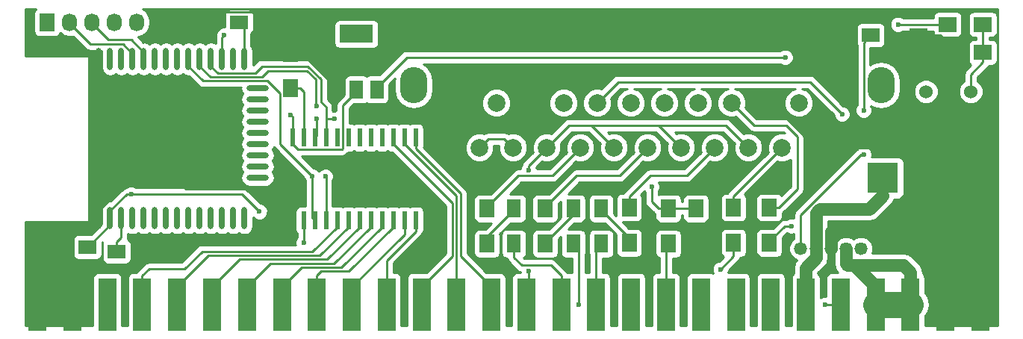
<source format=gbr>
G04 #@! TF.FileFunction,Copper,L1,Top,Signal*
%FSLAX46Y46*%
G04 Gerber Fmt 4.6, Leading zero omitted, Abs format (unit mm)*
G04 Created by KiCad (PCBNEW 4.0.6) date Sunday, 07 January 2018 'AMt' 11:42:42*
%MOMM*%
%LPD*%
G01*
G04 APERTURE LIST*
%ADD10C,0.100000*%
%ADD11R,2.000000X6.000000*%
%ADD12R,1.600000X2.000000*%
%ADD13R,3.500120X3.500120*%
%ADD14C,1.470000*%
%ADD15C,1.998980*%
%ADD16O,3.100000X4.100000*%
%ADD17R,1.700000X2.000000*%
%ADD18R,2.000000X1.700000*%
%ADD19C,1.524000*%
%ADD20R,1.727200X2.032000*%
%ADD21O,1.727200X2.032000*%
%ADD22R,3.800000X2.000000*%
%ADD23R,1.500000X2.000000*%
%ADD24O,0.700000X2.500000*%
%ADD25O,2.500000X0.700000*%
%ADD26R,6.000000X6.000000*%
%ADD27R,2.000000X1.600000*%
%ADD28R,0.600000X2.000000*%
%ADD29C,0.600000*%
%ADD30C,0.250000*%
%ADD31C,1.470000*%
%ADD32C,3.000000*%
%ADD33C,0.254000*%
G04 APERTURE END LIST*
D10*
D11*
X146305000Y-160020000D03*
X138385000Y-160020000D03*
X134425000Y-160020000D03*
X130465000Y-160020000D03*
X126505000Y-160020000D03*
X122545000Y-160020000D03*
X118585000Y-160020000D03*
X142345000Y-160020000D03*
X114625000Y-160020000D03*
X106705000Y-160020000D03*
X102745000Y-160020000D03*
X98785000Y-160020000D03*
X110665000Y-160020000D03*
X170065000Y-160020000D03*
X166105000Y-160020000D03*
X158185000Y-160020000D03*
X174025000Y-160020000D03*
X162145000Y-160020000D03*
X150265000Y-160020000D03*
X154225000Y-160020000D03*
X193825000Y-160020000D03*
X189865000Y-160020000D03*
X181945000Y-160020000D03*
X185905000Y-160020000D03*
X177985000Y-160020000D03*
X197785000Y-160020000D03*
X94825000Y-160020000D03*
X201745000Y-160020000D03*
D12*
X158750000Y-153130000D03*
X158750000Y-149130000D03*
X155575000Y-153130000D03*
X155575000Y-149130000D03*
X148844000Y-153130000D03*
X148844000Y-149130000D03*
D13*
X190675260Y-145669000D03*
X196674740Y-145669000D03*
X193675000Y-140970000D03*
D14*
X184785000Y-153670000D03*
X183085000Y-153670000D03*
X186485000Y-153670000D03*
X188185000Y-153670000D03*
X181385000Y-153670000D03*
D15*
X144950180Y-142240000D03*
X146855180Y-137160000D03*
X148760180Y-142240000D03*
X150665180Y-137160000D03*
X152570180Y-142240000D03*
X154475180Y-137160000D03*
X156380180Y-142240000D03*
X158285180Y-137160000D03*
X160190180Y-142240000D03*
X162095180Y-137160000D03*
X164000180Y-142240000D03*
X165905180Y-137160000D03*
X167810180Y-142240000D03*
X169715180Y-137160000D03*
X171620180Y-142240000D03*
X173525180Y-137160000D03*
X175430180Y-142240000D03*
X177335180Y-137160000D03*
X179240180Y-142240000D03*
X181145180Y-137160000D03*
X183050180Y-142240000D03*
D16*
X137500360Y-135161020D03*
X190500000Y-135161020D03*
D17*
X173750000Y-149035000D03*
X173750000Y-153035000D03*
X161925000Y-149035000D03*
X161925000Y-153035000D03*
X152400000Y-149130000D03*
X152400000Y-153130000D03*
X145796000Y-149130000D03*
X145796000Y-153130000D03*
X166370000Y-149130000D03*
X166370000Y-153130000D03*
X169500000Y-149130000D03*
X169500000Y-153130000D03*
D18*
X202025000Y-128270000D03*
X198025000Y-128270000D03*
D19*
X198120000Y-135890000D03*
X195580000Y-135890000D03*
X200660000Y-135890000D03*
D18*
X202025000Y-131445000D03*
X198025000Y-131445000D03*
D17*
X177800000Y-153035000D03*
X177800000Y-149035000D03*
D20*
X95920000Y-128000000D03*
D21*
X98460000Y-128000000D03*
X101000000Y-128000000D03*
X103540000Y-128000000D03*
X106080000Y-128000000D03*
X108620000Y-128000000D03*
D22*
X131000000Y-129350000D03*
D23*
X131000000Y-135650000D03*
X133300000Y-135650000D03*
X128700000Y-135650000D03*
D24*
X101800000Y-132200000D03*
X103070000Y-132200000D03*
X104340000Y-132200000D03*
X105610000Y-132200000D03*
X106880000Y-132200000D03*
X108150000Y-132200000D03*
X109420000Y-132200000D03*
X110690000Y-132200000D03*
X111960000Y-132200000D03*
X113230000Y-132200000D03*
X114500000Y-132200000D03*
X115770000Y-132200000D03*
X117040000Y-132200000D03*
X118310000Y-132200000D03*
D25*
X119800000Y-135485000D03*
X119800000Y-136755000D03*
X119800000Y-138025000D03*
X119800000Y-139295000D03*
X119800000Y-140565000D03*
X119800000Y-141835000D03*
X119800000Y-143105000D03*
X119800000Y-144375000D03*
X119800000Y-145645000D03*
X119800000Y-146915000D03*
D24*
X118310000Y-150200000D03*
X117040000Y-150200000D03*
X115770000Y-150200000D03*
X114500000Y-150200000D03*
X113230000Y-150200000D03*
X111960000Y-150200000D03*
X110690000Y-150200000D03*
X109420000Y-150200000D03*
X108150000Y-150200000D03*
X106880000Y-150200000D03*
X105610000Y-150200000D03*
X104340000Y-150200000D03*
X103070000Y-150200000D03*
X101800000Y-150200000D03*
D26*
X109500000Y-141500000D03*
D27*
X100500000Y-153500000D03*
X96500000Y-153500000D03*
D17*
X123500000Y-135500000D03*
X123500000Y-131500000D03*
D28*
X123730000Y-150500000D03*
X125000000Y-150500000D03*
X126270000Y-150500000D03*
X127540000Y-150500000D03*
X128810000Y-150500000D03*
X130080000Y-150500000D03*
X131350000Y-150500000D03*
X132620000Y-150500000D03*
X133890000Y-150500000D03*
X135160000Y-150500000D03*
X136430000Y-150500000D03*
X137700000Y-150500000D03*
X137700000Y-141100000D03*
X136430000Y-141100000D03*
X135160000Y-141100000D03*
X133890000Y-141100000D03*
X132620000Y-141100000D03*
X131350000Y-141100000D03*
X130080000Y-141100000D03*
X128810000Y-141100000D03*
X127540000Y-141100000D03*
X126270000Y-141100000D03*
X125000000Y-141100000D03*
X123730000Y-141100000D03*
D27*
X194700000Y-129500000D03*
X189300000Y-129500000D03*
X103800000Y-154000000D03*
X109200000Y-154000000D03*
X112300000Y-128000000D03*
X117700000Y-128000000D03*
D29*
X156210000Y-160020000D03*
X170180000Y-145415000D03*
X132000000Y-145500000D03*
X128500000Y-138000000D03*
X123500000Y-145500000D03*
X96750000Y-156250000D03*
X150495000Y-156210000D03*
X150495000Y-144780000D03*
X179625000Y-132000000D03*
X180340000Y-151130000D03*
X186055000Y-149225000D03*
X186055000Y-138430000D03*
X184150000Y-160020000D03*
X172260000Y-156035000D03*
X164465000Y-146685000D03*
X192405000Y-128270000D03*
X120000000Y-149500000D03*
X105500000Y-147500000D03*
X123500000Y-138500000D03*
X125000000Y-153000000D03*
X116000000Y-129500000D03*
X126000000Y-145500000D03*
X126500000Y-137500000D03*
X127500000Y-145500000D03*
X128500000Y-139000000D03*
X126500000Y-139000000D03*
X188500000Y-138000000D03*
X188500000Y-143000000D03*
D30*
X158185000Y-160020000D02*
X158185000Y-153695000D01*
X158185000Y-153695000D02*
X158750000Y-153130000D01*
X158750000Y-149130000D02*
X158750000Y-149330000D01*
X158750000Y-149330000D02*
X161925000Y-152505000D01*
X161925000Y-152505000D02*
X161925000Y-153035000D01*
X156210000Y-153965000D02*
X156210000Y-160020000D01*
X155575000Y-153130000D02*
X155575000Y-153330000D01*
X155575000Y-153330000D02*
X156210000Y-153965000D01*
X155575000Y-149130000D02*
X155575000Y-149805000D01*
X155575000Y-149805000D02*
X152400000Y-152980000D01*
X152400000Y-152980000D02*
X152400000Y-153130000D01*
X149733000Y-155575000D02*
X148844000Y-154686000D01*
X148844000Y-154686000D02*
X148844000Y-153130000D01*
X153030000Y-155575000D02*
X149733000Y-155575000D01*
X154225000Y-160020000D02*
X154225000Y-156770000D01*
X154225000Y-156770000D02*
X153030000Y-155575000D01*
X148844000Y-149130000D02*
X148844000Y-149330000D01*
X148844000Y-149330000D02*
X145796000Y-152378000D01*
X145796000Y-152378000D02*
X145796000Y-153130000D01*
X146305000Y-160020000D02*
X146305000Y-158020000D01*
X146305000Y-158020000D02*
X142795010Y-154510010D01*
X142795010Y-154510010D02*
X142795010Y-147445010D01*
X142795010Y-147445010D02*
X137700000Y-142350000D01*
X137700000Y-142350000D02*
X137700000Y-141100000D01*
X138385000Y-160020000D02*
X138385000Y-158020000D01*
X138385000Y-158020000D02*
X141894990Y-154510010D01*
X141894990Y-148534990D02*
X135160000Y-141800000D01*
X141894990Y-154510010D02*
X141894990Y-148534990D01*
X135160000Y-141800000D02*
X135160000Y-141100000D01*
X137700000Y-150500000D02*
X137700000Y-151750000D01*
X137700000Y-151750000D02*
X134425000Y-155025000D01*
X134425000Y-155025000D02*
X134425000Y-156770000D01*
X134425000Y-156770000D02*
X134425000Y-160020000D01*
X130465000Y-160020000D02*
X130465000Y-158020000D01*
X130465000Y-158020000D02*
X136430000Y-152055000D01*
X136430000Y-152055000D02*
X136430000Y-151750000D01*
X136430000Y-151750000D02*
X136430000Y-150500000D01*
X126505000Y-160020000D02*
X126505000Y-156770000D01*
X135160000Y-151200000D02*
X135160000Y-150500000D01*
X126505000Y-156770000D02*
X127024952Y-156250048D01*
X130109952Y-156250048D02*
X135160000Y-151200000D01*
X127024952Y-156250048D02*
X130109952Y-156250048D01*
X122545000Y-160020000D02*
X122545000Y-158020000D01*
X122545000Y-158020000D02*
X124764961Y-155800039D01*
X124764961Y-155800039D02*
X129289961Y-155800039D01*
X129289961Y-155800039D02*
X133890000Y-151200000D01*
X133890000Y-151200000D02*
X133890000Y-150500000D01*
X118585000Y-160020000D02*
X118585000Y-158020000D01*
X118585000Y-158020000D02*
X121254971Y-155350029D01*
X121254971Y-155350029D02*
X128469971Y-155350029D01*
X128469971Y-155350029D02*
X132620000Y-151200000D01*
X132620000Y-151200000D02*
X132620000Y-150500000D01*
X136430000Y-141100000D02*
X136430000Y-141800000D01*
X142345000Y-147715000D02*
X142345000Y-156770000D01*
X136430000Y-141800000D02*
X142345000Y-147715000D01*
X142345000Y-156770000D02*
X142345000Y-160020000D01*
X114625000Y-160020000D02*
X114625000Y-158020000D01*
X114625000Y-158020000D02*
X117744981Y-154900019D01*
X117744981Y-154900019D02*
X127649981Y-154900019D01*
X127649981Y-154900019D02*
X131350000Y-151200000D01*
X131350000Y-151200000D02*
X131350000Y-150500000D01*
X126010000Y-154000000D02*
X113500000Y-154000000D01*
X107475000Y-156000000D02*
X111500000Y-156000000D01*
X111500000Y-156000000D02*
X113500000Y-154000000D01*
X106705000Y-160020000D02*
X106705000Y-156770000D01*
X106705000Y-156770000D02*
X107475000Y-156000000D01*
X128810000Y-150500000D02*
X128810000Y-151200000D01*
X128810000Y-151200000D02*
X126010000Y-154000000D01*
X170180000Y-145415000D02*
X171250000Y-146485000D01*
X171250000Y-146485000D02*
X171250000Y-152380000D01*
X171250000Y-152380000D02*
X170500000Y-153130000D01*
X170500000Y-153130000D02*
X169500000Y-153130000D01*
X101000000Y-151800000D02*
X99450000Y-151800000D01*
X99450000Y-151800000D02*
X97750000Y-153500000D01*
X97750000Y-153500000D02*
X96500000Y-153500000D01*
X101800000Y-151000000D02*
X101000000Y-151800000D01*
X194700000Y-129500000D02*
X197180000Y-129500000D01*
X197180000Y-129500000D02*
X198025000Y-130345000D01*
X198025000Y-130345000D02*
X198025000Y-131445000D01*
D31*
X189000000Y-151765000D02*
X193409740Y-151765000D01*
X193409740Y-151765000D02*
X196674740Y-148500000D01*
X196674740Y-149684740D02*
X200500000Y-153510000D01*
X200500000Y-153510000D02*
X201745000Y-154755000D01*
X196674740Y-149860000D02*
X196674740Y-153500000D01*
X196674740Y-153500000D02*
X196674740Y-158909740D01*
X196674740Y-145669000D02*
X196674740Y-148500000D01*
X196674740Y-148500000D02*
X196674740Y-149860000D01*
X184785000Y-151765000D02*
X189000000Y-151765000D01*
D30*
X106450000Y-155500000D02*
X99750000Y-155500000D01*
X99750000Y-155500000D02*
X97750000Y-153500000D01*
X109200000Y-154000000D02*
X107950000Y-154000000D01*
X107950000Y-154000000D02*
X106450000Y-155500000D01*
X96500000Y-153500000D02*
X96700000Y-153500000D01*
X96500000Y-153500000D02*
X96500000Y-156000000D01*
X96500000Y-156000000D02*
X96750000Y-156250000D01*
X112300000Y-128000000D02*
X108620000Y-128000000D01*
X123500000Y-131500000D02*
X123500000Y-130250000D01*
X123500000Y-130250000D02*
X120124999Y-126874999D01*
X120124999Y-126874999D02*
X114675001Y-126874999D01*
X114675001Y-126874999D02*
X113550000Y-128000000D01*
X113550000Y-128000000D02*
X112300000Y-128000000D01*
X123500000Y-131350000D02*
X123500000Y-131500000D01*
X128700000Y-135650000D02*
X128700000Y-137800000D01*
X128700000Y-137800000D02*
X128500000Y-138000000D01*
X123500000Y-131500000D02*
X124800000Y-131500000D01*
X124800000Y-131500000D02*
X128700000Y-135400000D01*
X128700000Y-135400000D02*
X128700000Y-135650000D01*
X123730000Y-150500000D02*
X123730000Y-145730000D01*
X123730000Y-145730000D02*
X123500000Y-145500000D01*
X119800000Y-146915000D02*
X119800000Y-147615000D01*
X119800000Y-147615000D02*
X122685000Y-150500000D01*
X122685000Y-150500000D02*
X123180000Y-150500000D01*
X123180000Y-150500000D02*
X123730000Y-150500000D01*
X109500000Y-141500000D02*
X109500000Y-144750000D01*
X118300000Y-146915000D02*
X119800000Y-146915000D01*
X109500000Y-144750000D02*
X111665000Y-146915000D01*
X111665000Y-146915000D02*
X118300000Y-146915000D01*
X109500000Y-141500000D02*
X106250000Y-141500000D01*
X106250000Y-141500000D02*
X101800000Y-137050000D01*
X101800000Y-137050000D02*
X101800000Y-133700000D01*
X101800000Y-133700000D02*
X101800000Y-132200000D01*
X101800000Y-150200000D02*
X101800000Y-149400000D01*
X101800000Y-149400000D02*
X109500000Y-141700000D01*
X109500000Y-141700000D02*
X109500000Y-141500000D01*
X101800000Y-151000000D02*
X101800000Y-150200000D01*
X96750000Y-156250000D02*
X96750000Y-159235000D01*
X96750000Y-159235000D02*
X97535000Y-160020000D01*
X97535000Y-160020000D02*
X98785000Y-160020000D01*
X96750000Y-156250000D02*
X96750000Y-159345000D01*
X96750000Y-159345000D02*
X96075000Y-160020000D01*
X96075000Y-160020000D02*
X94825000Y-160020000D01*
X198120000Y-135890000D02*
X198120000Y-138525060D01*
X198025000Y-131445000D02*
X198025000Y-135795000D01*
X198025000Y-135795000D02*
X198120000Y-135890000D01*
X198120000Y-138525060D02*
X195675060Y-140970000D01*
X198120000Y-131540000D02*
X198025000Y-131445000D01*
D31*
X184785000Y-153670000D02*
X184785000Y-151765000D01*
D30*
X183050180Y-142240000D02*
X192405000Y-142240000D01*
X192405000Y-142240000D02*
X193675000Y-140970000D01*
D31*
X201745000Y-154755000D02*
X201745000Y-160020000D01*
D30*
X196674740Y-145669000D02*
X196674740Y-149684740D01*
X196674740Y-158909740D02*
X197785000Y-160020000D01*
D31*
X193675000Y-140970000D02*
X195675060Y-140970000D01*
D30*
X196674740Y-143668940D02*
X196674740Y-145669000D01*
D31*
X195675060Y-140970000D02*
X196674740Y-141969680D01*
X196674740Y-141969680D02*
X196674740Y-143668940D01*
D30*
X197785000Y-158020000D02*
X197785000Y-160020000D01*
X177335180Y-137160000D02*
X178659671Y-138484491D01*
X178659671Y-138484491D02*
X179294671Y-138484491D01*
X179294671Y-138484491D02*
X182050691Y-141240511D01*
X182050691Y-141240511D02*
X183050180Y-142240000D01*
X110665000Y-160020000D02*
X110665000Y-158020000D01*
X110665000Y-158020000D02*
X114234991Y-154450009D01*
X126829991Y-154450009D02*
X130080000Y-151200000D01*
X114234991Y-154450009D02*
X126829991Y-154450009D01*
X130080000Y-151200000D02*
X130080000Y-150500000D01*
X166105000Y-160020000D02*
X166105000Y-153395000D01*
X166105000Y-153395000D02*
X166370000Y-153130000D01*
X150495000Y-156210000D02*
X150495000Y-159790000D01*
X150495000Y-159790000D02*
X150265000Y-160020000D01*
X152570180Y-142240000D02*
X150495000Y-144315180D01*
X150495000Y-144315180D02*
X150495000Y-144780000D01*
X165270180Y-139700000D02*
X172890180Y-139700000D01*
X172890180Y-139700000D02*
X175430180Y-142240000D01*
X157480000Y-139700000D02*
X157650180Y-139700000D01*
X155110180Y-139700000D02*
X157480000Y-139700000D01*
X157480000Y-139700000D02*
X165270180Y-139700000D01*
X165270180Y-139700000D02*
X167810180Y-142240000D01*
X157650180Y-139700000D02*
X160190180Y-142240000D01*
X152570180Y-142240000D02*
X155110180Y-139700000D01*
X133300000Y-135650000D02*
X133300000Y-135400000D01*
X133300000Y-135400000D02*
X136700000Y-132000000D01*
X136700000Y-132000000D02*
X179625000Y-132000000D01*
D32*
X189865000Y-160020000D02*
X193825000Y-160020000D01*
D30*
X180340000Y-151130000D02*
X179555000Y-151130000D01*
X179555000Y-151130000D02*
X177800000Y-152885000D01*
D31*
X177800000Y-152885000D02*
X177800000Y-153035000D01*
X187420000Y-155575000D02*
X193040000Y-155575000D01*
X193040000Y-155575000D02*
X193825000Y-156360000D01*
X193825000Y-156360000D02*
X193825000Y-160020000D01*
X186690000Y-155575000D02*
X187420000Y-155575000D01*
X187420000Y-155575000D02*
X189865000Y-158020000D01*
X189865000Y-158020000D02*
X189865000Y-160020000D01*
X186485000Y-155370000D02*
X186690000Y-155575000D01*
X186485000Y-153670000D02*
X186485000Y-155370000D01*
X183085000Y-151560000D02*
X183085000Y-149655000D01*
X183085000Y-149655000D02*
X183515000Y-149225000D01*
X183515000Y-149225000D02*
X185420000Y-149225000D01*
X186055000Y-149225000D02*
X189119320Y-149225000D01*
X189119320Y-149225000D02*
X190675260Y-147669060D01*
D30*
X190675260Y-147669060D02*
X190675260Y-145669000D01*
D31*
X185420000Y-149225000D02*
X186055000Y-149225000D01*
X183085000Y-153670000D02*
X183085000Y-151560000D01*
D30*
X181945000Y-155855000D02*
X181965000Y-155855000D01*
D31*
X181965000Y-155855000D02*
X183085000Y-154735000D01*
X183085000Y-154735000D02*
X183085000Y-153670000D01*
D30*
X160655000Y-134790180D02*
X182415180Y-134790180D01*
X182415180Y-134790180D02*
X186055000Y-138430000D01*
X158285180Y-137160000D02*
X160655000Y-134790180D01*
D31*
X181945000Y-155855000D02*
X181945000Y-160020000D01*
D30*
X185905000Y-160020000D02*
X184150000Y-160020000D01*
X173750000Y-153035000D02*
X173750000Y-154545000D01*
X173750000Y-154545000D02*
X172260000Y-156035000D01*
X166370000Y-149130000D02*
X169500000Y-149130000D01*
X164465000Y-146685000D02*
X164465000Y-148325000D01*
X164465000Y-148325000D02*
X165270000Y-149130000D01*
X165270000Y-149130000D02*
X166370000Y-149130000D01*
X144950180Y-142240000D02*
X145949669Y-141240511D01*
X145949669Y-141240511D02*
X147760691Y-141240511D01*
X147760691Y-141240511D02*
X148760180Y-142240000D01*
X153205180Y-145415000D02*
X149361000Y-145415000D01*
X149361000Y-145415000D02*
X145796000Y-148980000D01*
X145796000Y-148980000D02*
X145796000Y-149130000D01*
X153205180Y-145415000D02*
X156380180Y-142240000D01*
X155965000Y-145415000D02*
X160825180Y-145415000D01*
X160825180Y-145415000D02*
X164000180Y-142240000D01*
X152400000Y-149130000D02*
X152400000Y-148980000D01*
X152400000Y-148980000D02*
X155965000Y-145415000D01*
X164295000Y-145415000D02*
X168445180Y-145415000D01*
X168445180Y-145415000D02*
X171620180Y-142240000D01*
X161925000Y-149035000D02*
X161925000Y-147785000D01*
X161925000Y-147785000D02*
X164295000Y-145415000D01*
X177800000Y-149035000D02*
X178900000Y-149035000D01*
X178900000Y-149035000D02*
X180975000Y-146960000D01*
X180975000Y-146960000D02*
X180975000Y-146515000D01*
X180975000Y-146515000D02*
X180975000Y-140970000D01*
X180975000Y-140970000D02*
X179705000Y-139700000D01*
X179705000Y-139700000D02*
X176065180Y-139700000D01*
X176065180Y-139700000D02*
X173525180Y-137160000D01*
X173750000Y-149035000D02*
X173750000Y-147730180D01*
X173750000Y-147730180D02*
X179240180Y-142240000D01*
X200660000Y-133930000D02*
X200660000Y-135890000D01*
X200660000Y-133930000D02*
X202025000Y-132565000D01*
X202025000Y-132565000D02*
X202025000Y-131445000D01*
X202025000Y-131445000D02*
X202025000Y-128270000D01*
X201875000Y-131445000D02*
X202025000Y-131445000D01*
X198025000Y-128270000D02*
X192405000Y-128270000D01*
X105500000Y-147500000D02*
X118000000Y-147500000D01*
X118000000Y-147500000D02*
X120000000Y-149500000D01*
X105500000Y-147500000D02*
X104970000Y-147500000D01*
X103070000Y-149400000D02*
X103070000Y-150200000D01*
X104970000Y-147500000D02*
X103070000Y-149400000D01*
X103070000Y-150200000D02*
X103070000Y-151000000D01*
X103070000Y-151000000D02*
X100570000Y-153500000D01*
X100570000Y-153500000D02*
X100500000Y-153500000D01*
X131000000Y-135650000D02*
X131000000Y-135400000D01*
X123730000Y-141100000D02*
X123730000Y-138730000D01*
X123730000Y-138730000D02*
X123500000Y-138500000D01*
X131000000Y-135650000D02*
X131000000Y-135900000D01*
X131000000Y-135900000D02*
X129454999Y-137445001D01*
X129454999Y-137445001D02*
X129454999Y-142340003D01*
X123730000Y-141800000D02*
X123730000Y-141100000D01*
X129454999Y-142340003D02*
X129370001Y-142425001D01*
X129370001Y-142425001D02*
X124355001Y-142425001D01*
X124355001Y-142425001D02*
X123730000Y-141800000D01*
X104536029Y-130500000D02*
X100807600Y-130500000D01*
X100807600Y-130500000D02*
X98460000Y-128152400D01*
X98460000Y-128152400D02*
X98460000Y-128000000D01*
X105610000Y-132200000D02*
X105610000Y-131573971D01*
X105610000Y-131573971D02*
X104536029Y-130500000D01*
X105610000Y-131400000D02*
X105610000Y-132200000D01*
X105480000Y-130000000D02*
X102847600Y-130000000D01*
X102847600Y-130000000D02*
X101000000Y-128152400D01*
X101000000Y-128152400D02*
X101000000Y-128000000D01*
X106880000Y-131400000D02*
X105480000Y-130000000D01*
X106880000Y-131400000D02*
X106880000Y-132200000D01*
X125000000Y-153000000D02*
X125000000Y-150500000D01*
X115770000Y-132200000D02*
X115770000Y-129730000D01*
X115770000Y-129730000D02*
X116000000Y-129500000D01*
X120886059Y-134675030D02*
X113635030Y-134675030D01*
X113635030Y-134675030D02*
X111960000Y-133000000D01*
X111960000Y-133000000D02*
X111960000Y-132200000D01*
X126000000Y-145500000D02*
X122324999Y-141824999D01*
X122324999Y-136113970D02*
X120886059Y-134675030D01*
X122324999Y-141824999D02*
X122324999Y-136113970D01*
X126000000Y-145500000D02*
X126000000Y-150230000D01*
X126000000Y-150230000D02*
X126270000Y-150500000D01*
X125363590Y-133500000D02*
X126363590Y-134500000D01*
X126363590Y-134500000D02*
X126363590Y-137363590D01*
X126363590Y-137363590D02*
X126500000Y-137500000D01*
X113230000Y-132200000D02*
X113230000Y-133000000D01*
X114455020Y-134225020D02*
X120274980Y-134225020D01*
X113230000Y-133000000D02*
X114455020Y-134225020D01*
X120274980Y-134225020D02*
X121000000Y-133500000D01*
X121000000Y-133500000D02*
X125363590Y-133500000D01*
X127540000Y-150500000D02*
X127540000Y-145540000D01*
X127540000Y-145540000D02*
X127500000Y-145500000D01*
X127000000Y-134500000D02*
X125500000Y-133000000D01*
X127540000Y-137614998D02*
X127540000Y-139850000D01*
X127000000Y-134500000D02*
X127000000Y-137074998D01*
X127000000Y-137074998D02*
X127540000Y-137614998D01*
X127540000Y-139850000D02*
X127540000Y-141100000D01*
X127540000Y-141100000D02*
X127540000Y-139000000D01*
X127540000Y-139000000D02*
X128500000Y-139000000D01*
X125500000Y-133000000D02*
X120275010Y-133000000D01*
X120275010Y-133000000D02*
X119500000Y-133775010D01*
X119500000Y-133775010D02*
X115275010Y-133775010D01*
X115275010Y-133775010D02*
X114500000Y-133000000D01*
X114500000Y-133000000D02*
X114500000Y-132200000D01*
X125000000Y-141100000D02*
X125000000Y-135900000D01*
X125000000Y-135900000D02*
X124600000Y-135500000D01*
X124600000Y-135500000D02*
X123500000Y-135500000D01*
X126500000Y-139000000D02*
X126500000Y-140870000D01*
X126500000Y-140870000D02*
X126270000Y-141100000D01*
X188500000Y-138000000D02*
X188500000Y-130300000D01*
X188500000Y-130300000D02*
X189300000Y-129500000D01*
X181385000Y-153670000D02*
X181385000Y-149855920D01*
X181385000Y-149855920D02*
X188240920Y-143000000D01*
X188240920Y-143000000D02*
X188500000Y-143000000D01*
X103800000Y-154000000D02*
X103800000Y-152950000D01*
X103800000Y-152950000D02*
X104340000Y-152410000D01*
X104340000Y-152410000D02*
X104340000Y-151700000D01*
X104340000Y-151700000D02*
X104340000Y-150200000D01*
X118310000Y-132200000D02*
X118310000Y-128610000D01*
X118310000Y-128610000D02*
X117700000Y-128000000D01*
D33*
G36*
X134608110Y-142696431D02*
X134860000Y-142747440D01*
X135032638Y-142747440D01*
X141134990Y-148849792D01*
X141134990Y-154195208D01*
X138957638Y-156372560D01*
X137385000Y-156372560D01*
X137149683Y-156416838D01*
X136933559Y-156555910D01*
X136788569Y-156768110D01*
X136737560Y-157020000D01*
X136737560Y-162433000D01*
X136072440Y-162433000D01*
X136072440Y-157020000D01*
X136028162Y-156784683D01*
X135889090Y-156568559D01*
X135676890Y-156423569D01*
X135425000Y-156372560D01*
X135185000Y-156372560D01*
X135185000Y-155339802D01*
X138237401Y-152287401D01*
X138402148Y-152040840D01*
X138412420Y-151989199D01*
X138451441Y-151964090D01*
X138596431Y-151751890D01*
X138647440Y-151500000D01*
X138647440Y-149500000D01*
X138603162Y-149264683D01*
X138464090Y-149048559D01*
X138251890Y-148903569D01*
X138000000Y-148852560D01*
X137400000Y-148852560D01*
X137164683Y-148896838D01*
X137065472Y-148960678D01*
X136981890Y-148903569D01*
X136730000Y-148852560D01*
X136130000Y-148852560D01*
X135894683Y-148896838D01*
X135795472Y-148960678D01*
X135711890Y-148903569D01*
X135460000Y-148852560D01*
X134860000Y-148852560D01*
X134624683Y-148896838D01*
X134525472Y-148960678D01*
X134441890Y-148903569D01*
X134190000Y-148852560D01*
X133590000Y-148852560D01*
X133354683Y-148896838D01*
X133255472Y-148960678D01*
X133171890Y-148903569D01*
X132920000Y-148852560D01*
X132320000Y-148852560D01*
X132084683Y-148896838D01*
X131985472Y-148960678D01*
X131901890Y-148903569D01*
X131650000Y-148852560D01*
X131050000Y-148852560D01*
X130814683Y-148896838D01*
X130715472Y-148960678D01*
X130631890Y-148903569D01*
X130380000Y-148852560D01*
X129780000Y-148852560D01*
X129544683Y-148896838D01*
X129445472Y-148960678D01*
X129361890Y-148903569D01*
X129110000Y-148852560D01*
X128510000Y-148852560D01*
X128300000Y-148892074D01*
X128300000Y-146011523D01*
X128434838Y-145686799D01*
X128435162Y-145314833D01*
X128293117Y-144971057D01*
X128030327Y-144707808D01*
X127686799Y-144565162D01*
X127314833Y-144564838D01*
X126971057Y-144706883D01*
X126749845Y-144927709D01*
X126530327Y-144707808D01*
X126186799Y-144565162D01*
X126139923Y-144565121D01*
X124759803Y-143185001D01*
X129370001Y-143185001D01*
X129660840Y-143127149D01*
X129907402Y-142962402D01*
X129992400Y-142877404D01*
X130079239Y-142747440D01*
X130380000Y-142747440D01*
X130615317Y-142703162D01*
X130714528Y-142639322D01*
X130798110Y-142696431D01*
X131050000Y-142747440D01*
X131650000Y-142747440D01*
X131885317Y-142703162D01*
X131984528Y-142639322D01*
X132068110Y-142696431D01*
X132320000Y-142747440D01*
X132920000Y-142747440D01*
X133155317Y-142703162D01*
X133254528Y-142639322D01*
X133338110Y-142696431D01*
X133590000Y-142747440D01*
X134190000Y-142747440D01*
X134425317Y-142703162D01*
X134524528Y-142639322D01*
X134608110Y-142696431D01*
X134608110Y-142696431D01*
G37*
X134608110Y-142696431D02*
X134860000Y-142747440D01*
X135032638Y-142747440D01*
X141134990Y-148849792D01*
X141134990Y-154195208D01*
X138957638Y-156372560D01*
X137385000Y-156372560D01*
X137149683Y-156416838D01*
X136933559Y-156555910D01*
X136788569Y-156768110D01*
X136737560Y-157020000D01*
X136737560Y-162433000D01*
X136072440Y-162433000D01*
X136072440Y-157020000D01*
X136028162Y-156784683D01*
X135889090Y-156568559D01*
X135676890Y-156423569D01*
X135425000Y-156372560D01*
X135185000Y-156372560D01*
X135185000Y-155339802D01*
X138237401Y-152287401D01*
X138402148Y-152040840D01*
X138412420Y-151989199D01*
X138451441Y-151964090D01*
X138596431Y-151751890D01*
X138647440Y-151500000D01*
X138647440Y-149500000D01*
X138603162Y-149264683D01*
X138464090Y-149048559D01*
X138251890Y-148903569D01*
X138000000Y-148852560D01*
X137400000Y-148852560D01*
X137164683Y-148896838D01*
X137065472Y-148960678D01*
X136981890Y-148903569D01*
X136730000Y-148852560D01*
X136130000Y-148852560D01*
X135894683Y-148896838D01*
X135795472Y-148960678D01*
X135711890Y-148903569D01*
X135460000Y-148852560D01*
X134860000Y-148852560D01*
X134624683Y-148896838D01*
X134525472Y-148960678D01*
X134441890Y-148903569D01*
X134190000Y-148852560D01*
X133590000Y-148852560D01*
X133354683Y-148896838D01*
X133255472Y-148960678D01*
X133171890Y-148903569D01*
X132920000Y-148852560D01*
X132320000Y-148852560D01*
X132084683Y-148896838D01*
X131985472Y-148960678D01*
X131901890Y-148903569D01*
X131650000Y-148852560D01*
X131050000Y-148852560D01*
X130814683Y-148896838D01*
X130715472Y-148960678D01*
X130631890Y-148903569D01*
X130380000Y-148852560D01*
X129780000Y-148852560D01*
X129544683Y-148896838D01*
X129445472Y-148960678D01*
X129361890Y-148903569D01*
X129110000Y-148852560D01*
X128510000Y-148852560D01*
X128300000Y-148892074D01*
X128300000Y-146011523D01*
X128434838Y-145686799D01*
X128435162Y-145314833D01*
X128293117Y-144971057D01*
X128030327Y-144707808D01*
X127686799Y-144565162D01*
X127314833Y-144564838D01*
X126971057Y-144706883D01*
X126749845Y-144927709D01*
X126530327Y-144707808D01*
X126186799Y-144565162D01*
X126139923Y-144565121D01*
X124759803Y-143185001D01*
X129370001Y-143185001D01*
X129660840Y-143127149D01*
X129907402Y-142962402D01*
X129992400Y-142877404D01*
X130079239Y-142747440D01*
X130380000Y-142747440D01*
X130615317Y-142703162D01*
X130714528Y-142639322D01*
X130798110Y-142696431D01*
X131050000Y-142747440D01*
X131650000Y-142747440D01*
X131885317Y-142703162D01*
X131984528Y-142639322D01*
X132068110Y-142696431D01*
X132320000Y-142747440D01*
X132920000Y-142747440D01*
X133155317Y-142703162D01*
X133254528Y-142639322D01*
X133338110Y-142696431D01*
X133590000Y-142747440D01*
X134190000Y-142747440D01*
X134425317Y-142703162D01*
X134524528Y-142639322D01*
X134608110Y-142696431D01*
G36*
X203708000Y-162433000D02*
X195472440Y-162433000D01*
X195472440Y-161323490D01*
X195797483Y-160837029D01*
X195960000Y-160020000D01*
X195797483Y-159202971D01*
X195472440Y-158716510D01*
X195472440Y-157020000D01*
X195428162Y-156784683D01*
X195289090Y-156568559D01*
X195195000Y-156504270D01*
X195195000Y-156360000D01*
X195090715Y-155835724D01*
X195056822Y-155785000D01*
X194793737Y-155391264D01*
X194008736Y-154606264D01*
X193564277Y-154309285D01*
X193040000Y-154205000D01*
X189446263Y-154205000D01*
X189554762Y-153943705D01*
X189555237Y-153398686D01*
X189347107Y-152894971D01*
X188962056Y-152509248D01*
X188458705Y-152300238D01*
X187913686Y-152299763D01*
X187409971Y-152507893D01*
X187335207Y-152582527D01*
X187262056Y-152509248D01*
X186758705Y-152300238D01*
X186213686Y-152299763D01*
X185709971Y-152507893D01*
X185324248Y-152892944D01*
X185115238Y-153396295D01*
X185114763Y-153941314D01*
X185115000Y-153941888D01*
X185115000Y-155370000D01*
X185219285Y-155894277D01*
X185516264Y-156338736D01*
X185550088Y-156372560D01*
X184905000Y-156372560D01*
X184669683Y-156416838D01*
X184453559Y-156555910D01*
X184308569Y-156768110D01*
X184257560Y-157020000D01*
X184257560Y-159085093D01*
X183964833Y-159084838D01*
X183621057Y-159226883D01*
X183592440Y-159255450D01*
X183592440Y-157020000D01*
X183548162Y-156784683D01*
X183409090Y-156568559D01*
X183315000Y-156504270D01*
X183315000Y-156442472D01*
X184053736Y-155703736D01*
X184350715Y-155259277D01*
X184382816Y-155097891D01*
X184455000Y-154735000D01*
X184455000Y-153670622D01*
X184455237Y-153398686D01*
X184455000Y-153398112D01*
X184455000Y-150595000D01*
X189119320Y-150595000D01*
X189643597Y-150490715D01*
X190088056Y-150193736D01*
X191643996Y-148637797D01*
X191940974Y-148193337D01*
X191966203Y-148066500D01*
X192425320Y-148066500D01*
X192660637Y-148022222D01*
X192876761Y-147883150D01*
X193021751Y-147670950D01*
X193072760Y-147419060D01*
X193072760Y-143918940D01*
X193028482Y-143683623D01*
X192889410Y-143467499D01*
X192677210Y-143322509D01*
X192425320Y-143271500D01*
X189399667Y-143271500D01*
X189434838Y-143186799D01*
X189435162Y-142814833D01*
X189293117Y-142471057D01*
X189030327Y-142207808D01*
X188686799Y-142065162D01*
X188314833Y-142064838D01*
X187971057Y-142206883D01*
X187737921Y-142439612D01*
X187703519Y-142462599D01*
X180847599Y-149318519D01*
X180682852Y-149565081D01*
X180625000Y-149855920D01*
X180625000Y-150235939D01*
X180526799Y-150195162D01*
X180154833Y-150194838D01*
X179811057Y-150336883D01*
X179777882Y-150370000D01*
X179555000Y-150370000D01*
X179264161Y-150427852D01*
X179017599Y-150592599D01*
X178222638Y-151387560D01*
X176950000Y-151387560D01*
X176714683Y-151431838D01*
X176498559Y-151570910D01*
X176353569Y-151783110D01*
X176302560Y-152035000D01*
X176302560Y-154035000D01*
X176346838Y-154270317D01*
X176485910Y-154486441D01*
X176698110Y-154631431D01*
X176950000Y-154682440D01*
X178650000Y-154682440D01*
X178885317Y-154638162D01*
X179101441Y-154499090D01*
X179246431Y-154286890D01*
X179297440Y-154035000D01*
X179297440Y-152462362D01*
X179829413Y-151930389D01*
X180153201Y-152064838D01*
X180525167Y-152065162D01*
X180625000Y-152023912D01*
X180625000Y-152501683D01*
X180609971Y-152507893D01*
X180224248Y-152892944D01*
X180015238Y-153396295D01*
X180014763Y-153941314D01*
X180222893Y-154445029D01*
X180607944Y-154830752D01*
X180925304Y-154962531D01*
X180679285Y-155330724D01*
X180575000Y-155855000D01*
X180575000Y-156503504D01*
X180493559Y-156555910D01*
X180348569Y-156768110D01*
X180297560Y-157020000D01*
X180297560Y-162433000D01*
X179632440Y-162433000D01*
X179632440Y-157020000D01*
X179588162Y-156784683D01*
X179449090Y-156568559D01*
X179236890Y-156423569D01*
X178985000Y-156372560D01*
X176985000Y-156372560D01*
X176749683Y-156416838D01*
X176533559Y-156555910D01*
X176388569Y-156768110D01*
X176337560Y-157020000D01*
X176337560Y-162433000D01*
X175672440Y-162433000D01*
X175672440Y-157020000D01*
X175628162Y-156784683D01*
X175489090Y-156568559D01*
X175276890Y-156423569D01*
X175025000Y-156372560D01*
X173132236Y-156372560D01*
X173194838Y-156221799D01*
X173194879Y-156174923D01*
X174287401Y-155082401D01*
X174452148Y-154835840D01*
X174482661Y-154682440D01*
X174600000Y-154682440D01*
X174835317Y-154638162D01*
X175051441Y-154499090D01*
X175196431Y-154286890D01*
X175247440Y-154035000D01*
X175247440Y-152035000D01*
X175203162Y-151799683D01*
X175064090Y-151583559D01*
X174851890Y-151438569D01*
X174600000Y-151387560D01*
X172900000Y-151387560D01*
X172664683Y-151431838D01*
X172448559Y-151570910D01*
X172303569Y-151783110D01*
X172252560Y-152035000D01*
X172252560Y-154035000D01*
X172296838Y-154270317D01*
X172435910Y-154486441D01*
X172612855Y-154607343D01*
X172120320Y-155099878D01*
X172074833Y-155099838D01*
X171731057Y-155241883D01*
X171467808Y-155504673D01*
X171325162Y-155848201D01*
X171324838Y-156220167D01*
X171445070Y-156511150D01*
X171316890Y-156423569D01*
X171065000Y-156372560D01*
X169065000Y-156372560D01*
X168829683Y-156416838D01*
X168613559Y-156555910D01*
X168468569Y-156768110D01*
X168417560Y-157020000D01*
X168417560Y-162433000D01*
X167752440Y-162433000D01*
X167752440Y-157020000D01*
X167708162Y-156784683D01*
X167569090Y-156568559D01*
X167356890Y-156423569D01*
X167105000Y-156372560D01*
X166865000Y-156372560D01*
X166865000Y-154777440D01*
X167220000Y-154777440D01*
X167455317Y-154733162D01*
X167671441Y-154594090D01*
X167816431Y-154381890D01*
X167867440Y-154130000D01*
X167867440Y-152130000D01*
X167823162Y-151894683D01*
X167684090Y-151678559D01*
X167471890Y-151533569D01*
X167220000Y-151482560D01*
X165520000Y-151482560D01*
X165284683Y-151526838D01*
X165068559Y-151665910D01*
X164923569Y-151878110D01*
X164872560Y-152130000D01*
X164872560Y-154130000D01*
X164916838Y-154365317D01*
X165055910Y-154581441D01*
X165268110Y-154726431D01*
X165345000Y-154742002D01*
X165345000Y-156372560D01*
X165105000Y-156372560D01*
X164869683Y-156416838D01*
X164653559Y-156555910D01*
X164508569Y-156768110D01*
X164457560Y-157020000D01*
X164457560Y-162433000D01*
X163792440Y-162433000D01*
X163792440Y-157020000D01*
X163748162Y-156784683D01*
X163609090Y-156568559D01*
X163396890Y-156423569D01*
X163145000Y-156372560D01*
X161145000Y-156372560D01*
X160909683Y-156416838D01*
X160693559Y-156555910D01*
X160548569Y-156768110D01*
X160497560Y-157020000D01*
X160497560Y-162433000D01*
X159832440Y-162433000D01*
X159832440Y-157020000D01*
X159788162Y-156784683D01*
X159649090Y-156568559D01*
X159436890Y-156423569D01*
X159185000Y-156372560D01*
X158945000Y-156372560D01*
X158945000Y-154777440D01*
X159550000Y-154777440D01*
X159785317Y-154733162D01*
X160001441Y-154594090D01*
X160146431Y-154381890D01*
X160197440Y-154130000D01*
X160197440Y-152130000D01*
X160153162Y-151894683D01*
X160014090Y-151678559D01*
X159801890Y-151533569D01*
X159550000Y-151482560D01*
X157950000Y-151482560D01*
X157714683Y-151526838D01*
X157498559Y-151665910D01*
X157353569Y-151878110D01*
X157302560Y-152130000D01*
X157302560Y-154130000D01*
X157346838Y-154365317D01*
X157425000Y-154486784D01*
X157425000Y-156372560D01*
X157185000Y-156372560D01*
X156970000Y-156413015D01*
X156970000Y-154383984D01*
X156971431Y-154381890D01*
X157022440Y-154130000D01*
X157022440Y-152130000D01*
X156978162Y-151894683D01*
X156839090Y-151678559D01*
X156626890Y-151533569D01*
X156375000Y-151482560D01*
X154972242Y-151482560D01*
X155677362Y-150777440D01*
X156375000Y-150777440D01*
X156610317Y-150733162D01*
X156826441Y-150594090D01*
X156971431Y-150381890D01*
X157022440Y-150130000D01*
X157022440Y-148130000D01*
X157302560Y-148130000D01*
X157302560Y-150130000D01*
X157346838Y-150365317D01*
X157485910Y-150581441D01*
X157698110Y-150726431D01*
X157950000Y-150777440D01*
X159122638Y-150777440D01*
X160427560Y-152082362D01*
X160427560Y-154035000D01*
X160471838Y-154270317D01*
X160610910Y-154486441D01*
X160823110Y-154631431D01*
X161075000Y-154682440D01*
X162775000Y-154682440D01*
X163010317Y-154638162D01*
X163226441Y-154499090D01*
X163371431Y-154286890D01*
X163422440Y-154035000D01*
X163422440Y-152035000D01*
X163378162Y-151799683D01*
X163239090Y-151583559D01*
X163026890Y-151438569D01*
X162775000Y-151387560D01*
X161882362Y-151387560D01*
X161177242Y-150682440D01*
X162775000Y-150682440D01*
X163010317Y-150638162D01*
X163226441Y-150499090D01*
X163371431Y-150286890D01*
X163422440Y-150035000D01*
X163422440Y-148035000D01*
X163378162Y-147799683D01*
X163239090Y-147583559D01*
X163216606Y-147568196D01*
X163642345Y-147142457D01*
X163671883Y-147213943D01*
X163705000Y-147247118D01*
X163705000Y-148325000D01*
X163762852Y-148615839D01*
X163927599Y-148862401D01*
X164732599Y-149667401D01*
X164872560Y-149760920D01*
X164872560Y-150130000D01*
X164916838Y-150365317D01*
X165055910Y-150581441D01*
X165268110Y-150726431D01*
X165520000Y-150777440D01*
X167220000Y-150777440D01*
X167455317Y-150733162D01*
X167671441Y-150594090D01*
X167816431Y-150381890D01*
X167867440Y-150130000D01*
X167867440Y-149890000D01*
X168002560Y-149890000D01*
X168002560Y-150130000D01*
X168046838Y-150365317D01*
X168185910Y-150581441D01*
X168398110Y-150726431D01*
X168650000Y-150777440D01*
X170350000Y-150777440D01*
X170585317Y-150733162D01*
X170801441Y-150594090D01*
X170946431Y-150381890D01*
X170997440Y-150130000D01*
X170997440Y-148130000D01*
X170953162Y-147894683D01*
X170814090Y-147678559D01*
X170601890Y-147533569D01*
X170350000Y-147482560D01*
X168650000Y-147482560D01*
X168414683Y-147526838D01*
X168198559Y-147665910D01*
X168053569Y-147878110D01*
X168002560Y-148130000D01*
X168002560Y-148370000D01*
X167867440Y-148370000D01*
X167867440Y-148130000D01*
X167823162Y-147894683D01*
X167684090Y-147678559D01*
X167471890Y-147533569D01*
X167220000Y-147482560D01*
X165520000Y-147482560D01*
X165284683Y-147526838D01*
X165225000Y-147565243D01*
X165225000Y-147247463D01*
X165257192Y-147215327D01*
X165399838Y-146871799D01*
X165400162Y-146499833D01*
X165265944Y-146175000D01*
X168445180Y-146175000D01*
X168736019Y-146117148D01*
X168982581Y-145952401D01*
X171129097Y-143805885D01*
X171293633Y-143874206D01*
X171943874Y-143874774D01*
X172544835Y-143626462D01*
X173005026Y-143167073D01*
X173254386Y-142566547D01*
X173254954Y-141916306D01*
X173006642Y-141315345D01*
X172547253Y-140855154D01*
X171946727Y-140605794D01*
X171296486Y-140605226D01*
X170695525Y-140853538D01*
X170235334Y-141312927D01*
X169985974Y-141913453D01*
X169985406Y-142563694D01*
X170054489Y-142730889D01*
X168130378Y-144655000D01*
X164295000Y-144655000D01*
X164004161Y-144712852D01*
X163757599Y-144877599D01*
X161387599Y-147247599D01*
X161294080Y-147387560D01*
X161075000Y-147387560D01*
X160839683Y-147431838D01*
X160623559Y-147570910D01*
X160478569Y-147783110D01*
X160427560Y-148035000D01*
X160427560Y-149932758D01*
X160197440Y-149702638D01*
X160197440Y-148130000D01*
X160153162Y-147894683D01*
X160014090Y-147678559D01*
X159801890Y-147533569D01*
X159550000Y-147482560D01*
X157950000Y-147482560D01*
X157714683Y-147526838D01*
X157498559Y-147665910D01*
X157353569Y-147878110D01*
X157302560Y-148130000D01*
X157022440Y-148130000D01*
X156978162Y-147894683D01*
X156839090Y-147678559D01*
X156626890Y-147533569D01*
X156375000Y-147482560D01*
X154972242Y-147482560D01*
X156279802Y-146175000D01*
X160825180Y-146175000D01*
X161116019Y-146117148D01*
X161362581Y-145952401D01*
X163509097Y-143805885D01*
X163673633Y-143874206D01*
X164323874Y-143874774D01*
X164924835Y-143626462D01*
X165385026Y-143167073D01*
X165634386Y-142566547D01*
X165634954Y-141916306D01*
X165386642Y-141315345D01*
X164927253Y-140855154D01*
X164326727Y-140605794D01*
X163676486Y-140605226D01*
X163075525Y-140853538D01*
X162615334Y-141312927D01*
X162365974Y-141913453D01*
X162365406Y-142563694D01*
X162434489Y-142730889D01*
X160510378Y-144655000D01*
X155965000Y-144655000D01*
X155674160Y-144712852D01*
X155427599Y-144877599D01*
X152822638Y-147482560D01*
X151550000Y-147482560D01*
X151314683Y-147526838D01*
X151098559Y-147665910D01*
X150953569Y-147878110D01*
X150902560Y-148130000D01*
X150902560Y-150130000D01*
X150946838Y-150365317D01*
X151085910Y-150581441D01*
X151298110Y-150726431D01*
X151550000Y-150777440D01*
X153250000Y-150777440D01*
X153485317Y-150733162D01*
X153701441Y-150594090D01*
X153846431Y-150381890D01*
X153897440Y-150130000D01*
X153897440Y-148557362D01*
X154127560Y-148327242D01*
X154127560Y-150130000D01*
X154135104Y-150170094D01*
X152822638Y-151482560D01*
X151550000Y-151482560D01*
X151314683Y-151526838D01*
X151098559Y-151665910D01*
X150953569Y-151878110D01*
X150902560Y-152130000D01*
X150902560Y-154130000D01*
X150946838Y-154365317D01*
X151085910Y-154581441D01*
X151298110Y-154726431D01*
X151550000Y-154777440D01*
X153250000Y-154777440D01*
X153485317Y-154733162D01*
X153701441Y-154594090D01*
X153846431Y-154381890D01*
X153897440Y-154130000D01*
X153897440Y-152557362D01*
X154127560Y-152327242D01*
X154127560Y-154130000D01*
X154171838Y-154365317D01*
X154310910Y-154581441D01*
X154523110Y-154726431D01*
X154775000Y-154777440D01*
X155450000Y-154777440D01*
X155450000Y-156418124D01*
X155225000Y-156372560D01*
X154855920Y-156372560D01*
X154762401Y-156232599D01*
X153567401Y-155037599D01*
X153320839Y-154872852D01*
X153030000Y-154815000D01*
X150047802Y-154815000D01*
X149932039Y-154699237D01*
X150095441Y-154594090D01*
X150240431Y-154381890D01*
X150291440Y-154130000D01*
X150291440Y-152130000D01*
X150247162Y-151894683D01*
X150108090Y-151678559D01*
X149895890Y-151533569D01*
X149644000Y-151482560D01*
X148044000Y-151482560D01*
X147808683Y-151526838D01*
X147592559Y-151665910D01*
X147447569Y-151878110D01*
X147396560Y-152130000D01*
X147396560Y-154130000D01*
X147440838Y-154365317D01*
X147579910Y-154581441D01*
X147792110Y-154726431D01*
X148044000Y-154777440D01*
X148102189Y-154777440D01*
X148141852Y-154976839D01*
X148306599Y-155223401D01*
X149195599Y-156112401D01*
X149442161Y-156277148D01*
X149559920Y-156300572D01*
X149559858Y-156372560D01*
X149265000Y-156372560D01*
X149029683Y-156416838D01*
X148813559Y-156555910D01*
X148668569Y-156768110D01*
X148617560Y-157020000D01*
X148617560Y-162433000D01*
X147952440Y-162433000D01*
X147952440Y-157020000D01*
X147908162Y-156784683D01*
X147769090Y-156568559D01*
X147556890Y-156423569D01*
X147305000Y-156372560D01*
X145732362Y-156372560D01*
X143555010Y-154195208D01*
X143555010Y-148130000D01*
X144298560Y-148130000D01*
X144298560Y-150130000D01*
X144342838Y-150365317D01*
X144481910Y-150581441D01*
X144694110Y-150726431D01*
X144946000Y-150777440D01*
X146321758Y-150777440D01*
X145616638Y-151482560D01*
X144946000Y-151482560D01*
X144710683Y-151526838D01*
X144494559Y-151665910D01*
X144349569Y-151878110D01*
X144298560Y-152130000D01*
X144298560Y-154130000D01*
X144342838Y-154365317D01*
X144481910Y-154581441D01*
X144694110Y-154726431D01*
X144946000Y-154777440D01*
X146646000Y-154777440D01*
X146881317Y-154733162D01*
X147097441Y-154594090D01*
X147242431Y-154381890D01*
X147293440Y-154130000D01*
X147293440Y-152130000D01*
X147265783Y-151983019D01*
X148471362Y-150777440D01*
X149644000Y-150777440D01*
X149879317Y-150733162D01*
X150095441Y-150594090D01*
X150240431Y-150381890D01*
X150291440Y-150130000D01*
X150291440Y-148130000D01*
X150247162Y-147894683D01*
X150108090Y-147678559D01*
X149895890Y-147533569D01*
X149644000Y-147482560D01*
X148368242Y-147482560D01*
X149675802Y-146175000D01*
X153205180Y-146175000D01*
X153496019Y-146117148D01*
X153742581Y-145952401D01*
X155889097Y-143805885D01*
X156053633Y-143874206D01*
X156703874Y-143874774D01*
X157304835Y-143626462D01*
X157765026Y-143167073D01*
X158014386Y-142566547D01*
X158014954Y-141916306D01*
X157766642Y-141315345D01*
X157307253Y-140855154D01*
X156706727Y-140605794D01*
X156056486Y-140605226D01*
X155455525Y-140853538D01*
X154995334Y-141312927D01*
X154745974Y-141913453D01*
X154745406Y-142563694D01*
X154814489Y-142730889D01*
X152890378Y-144655000D01*
X151430110Y-144655000D01*
X151430162Y-144594833D01*
X151389225Y-144495757D01*
X152079097Y-143805885D01*
X152243633Y-143874206D01*
X152893874Y-143874774D01*
X153494835Y-143626462D01*
X153955026Y-143167073D01*
X154204386Y-142566547D01*
X154204954Y-141916306D01*
X154135871Y-141749111D01*
X155424982Y-140460000D01*
X157335378Y-140460000D01*
X158624295Y-141748917D01*
X158555974Y-141913453D01*
X158555406Y-142563694D01*
X158803718Y-143164655D01*
X159263107Y-143624846D01*
X159863633Y-143874206D01*
X160513874Y-143874774D01*
X161114835Y-143626462D01*
X161575026Y-143167073D01*
X161824386Y-142566547D01*
X161824954Y-141916306D01*
X161576642Y-141315345D01*
X161117253Y-140855154D01*
X160516727Y-140605794D01*
X159866486Y-140605226D01*
X159699291Y-140674309D01*
X159484982Y-140460000D01*
X164955378Y-140460000D01*
X166244295Y-141748917D01*
X166175974Y-141913453D01*
X166175406Y-142563694D01*
X166423718Y-143164655D01*
X166883107Y-143624846D01*
X167483633Y-143874206D01*
X168133874Y-143874774D01*
X168734835Y-143626462D01*
X169195026Y-143167073D01*
X169444386Y-142566547D01*
X169444954Y-141916306D01*
X169196642Y-141315345D01*
X168737253Y-140855154D01*
X168136727Y-140605794D01*
X167486486Y-140605226D01*
X167319291Y-140674309D01*
X167104982Y-140460000D01*
X172575378Y-140460000D01*
X173864295Y-141748917D01*
X173795974Y-141913453D01*
X173795406Y-142563694D01*
X174043718Y-143164655D01*
X174503107Y-143624846D01*
X175103633Y-143874206D01*
X175753874Y-143874774D01*
X176354835Y-143626462D01*
X176815026Y-143167073D01*
X177064386Y-142566547D01*
X177064954Y-141916306D01*
X176816642Y-141315345D01*
X176357253Y-140855154D01*
X175756727Y-140605794D01*
X175106486Y-140605226D01*
X174939291Y-140674309D01*
X173427581Y-139162599D01*
X173181019Y-138997852D01*
X172890180Y-138940000D01*
X155110180Y-138940000D01*
X154867594Y-138988254D01*
X154819340Y-138997852D01*
X154572779Y-139162599D01*
X153061263Y-140674115D01*
X152896727Y-140605794D01*
X152246486Y-140605226D01*
X151645525Y-140853538D01*
X151185334Y-141312927D01*
X150935974Y-141913453D01*
X150935406Y-142563694D01*
X151004489Y-142730889D01*
X149957599Y-143777779D01*
X149792852Y-144024341D01*
X149759235Y-144193345D01*
X149702808Y-144249673D01*
X149560162Y-144593201D01*
X149560108Y-144655000D01*
X149361000Y-144655000D01*
X149070160Y-144712852D01*
X148823599Y-144877599D01*
X146218638Y-147482560D01*
X144946000Y-147482560D01*
X144710683Y-147526838D01*
X144494559Y-147665910D01*
X144349569Y-147878110D01*
X144298560Y-148130000D01*
X143555010Y-148130000D01*
X143555010Y-147445010D01*
X143509323Y-147215327D01*
X143497158Y-147154170D01*
X143332411Y-146907609D01*
X138988496Y-142563694D01*
X143315406Y-142563694D01*
X143563718Y-143164655D01*
X144023107Y-143624846D01*
X144623633Y-143874206D01*
X145273874Y-143874774D01*
X145874835Y-143626462D01*
X146335026Y-143167073D01*
X146584386Y-142566547D01*
X146584880Y-142000511D01*
X147125898Y-142000511D01*
X147125406Y-142563694D01*
X147373718Y-143164655D01*
X147833107Y-143624846D01*
X148433633Y-143874206D01*
X149083874Y-143874774D01*
X149684835Y-143626462D01*
X150145026Y-143167073D01*
X150394386Y-142566547D01*
X150394954Y-141916306D01*
X150146642Y-141315345D01*
X149687253Y-140855154D01*
X149086727Y-140605794D01*
X148436486Y-140605226D01*
X148260454Y-140677961D01*
X148051530Y-140538363D01*
X147760691Y-140480511D01*
X145949669Y-140480511D01*
X145658830Y-140538363D01*
X145450143Y-140677803D01*
X145276727Y-140605794D01*
X144626486Y-140605226D01*
X144025525Y-140853538D01*
X143565334Y-141312927D01*
X143315974Y-141913453D01*
X143315406Y-142563694D01*
X138988496Y-142563694D01*
X138626787Y-142201985D01*
X138647440Y-142100000D01*
X138647440Y-140100000D01*
X138603162Y-139864683D01*
X138464090Y-139648559D01*
X138251890Y-139503569D01*
X138000000Y-139452560D01*
X137400000Y-139452560D01*
X137164683Y-139496838D01*
X137065472Y-139560678D01*
X136981890Y-139503569D01*
X136730000Y-139452560D01*
X136130000Y-139452560D01*
X135894683Y-139496838D01*
X135795472Y-139560678D01*
X135711890Y-139503569D01*
X135460000Y-139452560D01*
X134860000Y-139452560D01*
X134624683Y-139496838D01*
X134525472Y-139560678D01*
X134441890Y-139503569D01*
X134190000Y-139452560D01*
X133590000Y-139452560D01*
X133354683Y-139496838D01*
X133255472Y-139560678D01*
X133171890Y-139503569D01*
X132920000Y-139452560D01*
X132320000Y-139452560D01*
X132084683Y-139496838D01*
X131985472Y-139560678D01*
X131901890Y-139503569D01*
X131650000Y-139452560D01*
X131050000Y-139452560D01*
X130814683Y-139496838D01*
X130715472Y-139560678D01*
X130631890Y-139503569D01*
X130380000Y-139452560D01*
X130214999Y-139452560D01*
X130214999Y-137759803D01*
X130677362Y-137297440D01*
X131750000Y-137297440D01*
X131985317Y-137253162D01*
X132151477Y-137146241D01*
X132298110Y-137246431D01*
X132550000Y-137297440D01*
X134050000Y-137297440D01*
X134285317Y-137253162D01*
X134501441Y-137114090D01*
X134646431Y-136901890D01*
X134697440Y-136650000D01*
X134697440Y-135077362D01*
X135352351Y-134422451D01*
X135315360Y-134608418D01*
X135315360Y-135713622D01*
X135481683Y-136549785D01*
X135955332Y-137258650D01*
X136664197Y-137732299D01*
X137500360Y-137898622D01*
X138336523Y-137732299D01*
X138708586Y-137483694D01*
X145220406Y-137483694D01*
X145468718Y-138084655D01*
X145928107Y-138544846D01*
X146528633Y-138794206D01*
X147178874Y-138794774D01*
X147779835Y-138546462D01*
X148240026Y-138087073D01*
X148489386Y-137486547D01*
X148489388Y-137483694D01*
X152840406Y-137483694D01*
X153088718Y-138084655D01*
X153548107Y-138544846D01*
X154148633Y-138794206D01*
X154798874Y-138794774D01*
X155399835Y-138546462D01*
X155860026Y-138087073D01*
X156109386Y-137486547D01*
X156109388Y-137483694D01*
X156650406Y-137483694D01*
X156898718Y-138084655D01*
X157358107Y-138544846D01*
X157958633Y-138794206D01*
X158608874Y-138794774D01*
X159209835Y-138546462D01*
X159670026Y-138087073D01*
X159919386Y-137486547D01*
X159919954Y-136836306D01*
X159850871Y-136669111D01*
X160969802Y-135550180D01*
X161711093Y-135550180D01*
X161170525Y-135773538D01*
X160710334Y-136232927D01*
X160460974Y-136833453D01*
X160460406Y-137483694D01*
X160708718Y-138084655D01*
X161168107Y-138544846D01*
X161768633Y-138794206D01*
X162418874Y-138794774D01*
X163019835Y-138546462D01*
X163480026Y-138087073D01*
X163729386Y-137486547D01*
X163729954Y-136836306D01*
X163481642Y-136235345D01*
X163022253Y-135775154D01*
X162480455Y-135550180D01*
X165521093Y-135550180D01*
X164980525Y-135773538D01*
X164520334Y-136232927D01*
X164270974Y-136833453D01*
X164270406Y-137483694D01*
X164518718Y-138084655D01*
X164978107Y-138544846D01*
X165578633Y-138794206D01*
X166228874Y-138794774D01*
X166829835Y-138546462D01*
X167290026Y-138087073D01*
X167539386Y-137486547D01*
X167539954Y-136836306D01*
X167291642Y-136235345D01*
X166832253Y-135775154D01*
X166290455Y-135550180D01*
X169331093Y-135550180D01*
X168790525Y-135773538D01*
X168330334Y-136232927D01*
X168080974Y-136833453D01*
X168080406Y-137483694D01*
X168328718Y-138084655D01*
X168788107Y-138544846D01*
X169388633Y-138794206D01*
X170038874Y-138794774D01*
X170639835Y-138546462D01*
X171100026Y-138087073D01*
X171349386Y-137486547D01*
X171349954Y-136836306D01*
X171101642Y-136235345D01*
X170642253Y-135775154D01*
X170100455Y-135550180D01*
X173141093Y-135550180D01*
X172600525Y-135773538D01*
X172140334Y-136232927D01*
X171890974Y-136833453D01*
X171890406Y-137483694D01*
X172138718Y-138084655D01*
X172598107Y-138544846D01*
X173198633Y-138794206D01*
X173848874Y-138794774D01*
X174016069Y-138725691D01*
X175527779Y-140237401D01*
X175774340Y-140402148D01*
X175822594Y-140411746D01*
X176065180Y-140460000D01*
X179390198Y-140460000D01*
X179535965Y-140605767D01*
X178916486Y-140605226D01*
X178315525Y-140853538D01*
X177855334Y-141312927D01*
X177605974Y-141913453D01*
X177605406Y-142563694D01*
X177674489Y-142730889D01*
X173212599Y-147192779D01*
X173082451Y-147387560D01*
X172900000Y-147387560D01*
X172664683Y-147431838D01*
X172448559Y-147570910D01*
X172303569Y-147783110D01*
X172252560Y-148035000D01*
X172252560Y-150035000D01*
X172296838Y-150270317D01*
X172435910Y-150486441D01*
X172648110Y-150631431D01*
X172900000Y-150682440D01*
X174600000Y-150682440D01*
X174835317Y-150638162D01*
X175051441Y-150499090D01*
X175196431Y-150286890D01*
X175247440Y-150035000D01*
X175247440Y-148035000D01*
X175203162Y-147799683D01*
X175064090Y-147583559D01*
X175009038Y-147545944D01*
X178749097Y-143805885D01*
X178913633Y-143874206D01*
X179563874Y-143874774D01*
X180164835Y-143626462D01*
X180215000Y-143576384D01*
X180215000Y-146645198D01*
X179177734Y-147682464D01*
X179114090Y-147583559D01*
X178901890Y-147438569D01*
X178650000Y-147387560D01*
X176950000Y-147387560D01*
X176714683Y-147431838D01*
X176498559Y-147570910D01*
X176353569Y-147783110D01*
X176302560Y-148035000D01*
X176302560Y-150035000D01*
X176346838Y-150270317D01*
X176485910Y-150486441D01*
X176698110Y-150631431D01*
X176950000Y-150682440D01*
X178650000Y-150682440D01*
X178885317Y-150638162D01*
X179101441Y-150499090D01*
X179246431Y-150286890D01*
X179297440Y-150035000D01*
X179297440Y-149665920D01*
X179437401Y-149572401D01*
X181512401Y-147497401D01*
X181677148Y-147250839D01*
X181735000Y-146960000D01*
X181735000Y-140970000D01*
X181677148Y-140679161D01*
X181677148Y-140679160D01*
X181512401Y-140432599D01*
X180242401Y-139162599D01*
X179995839Y-138997852D01*
X179705000Y-138940000D01*
X176379982Y-138940000D01*
X175091065Y-137651083D01*
X175159386Y-137486547D01*
X175159954Y-136836306D01*
X174911642Y-136235345D01*
X174452253Y-135775154D01*
X173910455Y-135550180D01*
X180761093Y-135550180D01*
X180220525Y-135773538D01*
X179760334Y-136232927D01*
X179510974Y-136833453D01*
X179510406Y-137483694D01*
X179758718Y-138084655D01*
X180218107Y-138544846D01*
X180818633Y-138794206D01*
X181468874Y-138794774D01*
X182069835Y-138546462D01*
X182530026Y-138087073D01*
X182779386Y-137486547D01*
X182779954Y-136836306D01*
X182531642Y-136235345D01*
X182072253Y-135775154D01*
X181530455Y-135550180D01*
X182100378Y-135550180D01*
X185119878Y-138569680D01*
X185119838Y-138615167D01*
X185261883Y-138958943D01*
X185524673Y-139222192D01*
X185868201Y-139364838D01*
X186240167Y-139365162D01*
X186583943Y-139223117D01*
X186847192Y-138960327D01*
X186989838Y-138616799D01*
X186990162Y-138244833D01*
X186965509Y-138185167D01*
X187564838Y-138185167D01*
X187706883Y-138528943D01*
X187969673Y-138792192D01*
X188313201Y-138934838D01*
X188685167Y-138935162D01*
X189028943Y-138793117D01*
X189292192Y-138530327D01*
X189434838Y-138186799D01*
X189435162Y-137814833D01*
X189300842Y-137489753D01*
X189663837Y-137732299D01*
X190500000Y-137898622D01*
X191336163Y-137732299D01*
X192045028Y-137258650D01*
X192518677Y-136549785D01*
X192594885Y-136166661D01*
X194182758Y-136166661D01*
X194394990Y-136680303D01*
X194787630Y-137073629D01*
X195300900Y-137286757D01*
X195856661Y-137287242D01*
X196370303Y-137075010D01*
X196763629Y-136682370D01*
X196976757Y-136169100D01*
X196976759Y-136166661D01*
X199262758Y-136166661D01*
X199474990Y-136680303D01*
X199867630Y-137073629D01*
X200380900Y-137286757D01*
X200936661Y-137287242D01*
X201450303Y-137075010D01*
X201843629Y-136682370D01*
X202056757Y-136169100D01*
X202057242Y-135613339D01*
X201845010Y-135099697D01*
X201452370Y-134706371D01*
X201420000Y-134692930D01*
X201420000Y-134244802D01*
X202562401Y-133102401D01*
X202669283Y-132942440D01*
X203025000Y-132942440D01*
X203260317Y-132898162D01*
X203476441Y-132759090D01*
X203621431Y-132546890D01*
X203672440Y-132295000D01*
X203672440Y-130595000D01*
X203628162Y-130359683D01*
X203489090Y-130143559D01*
X203276890Y-129998569D01*
X203025000Y-129947560D01*
X202785000Y-129947560D01*
X202785000Y-129767440D01*
X203025000Y-129767440D01*
X203260317Y-129723162D01*
X203476441Y-129584090D01*
X203621431Y-129371890D01*
X203672440Y-129120000D01*
X203672440Y-127420000D01*
X203628162Y-127184683D01*
X203489090Y-126968559D01*
X203276890Y-126823569D01*
X203025000Y-126772560D01*
X201025000Y-126772560D01*
X200789683Y-126816838D01*
X200573559Y-126955910D01*
X200428569Y-127168110D01*
X200377560Y-127420000D01*
X200377560Y-129120000D01*
X200421838Y-129355317D01*
X200560910Y-129571441D01*
X200773110Y-129716431D01*
X201025000Y-129767440D01*
X201265000Y-129767440D01*
X201265000Y-129947560D01*
X201025000Y-129947560D01*
X200789683Y-129991838D01*
X200573559Y-130130910D01*
X200428569Y-130343110D01*
X200377560Y-130595000D01*
X200377560Y-132295000D01*
X200421838Y-132530317D01*
X200560910Y-132746441D01*
X200684388Y-132830810D01*
X200122599Y-133392599D01*
X199957852Y-133639161D01*
X199900000Y-133930000D01*
X199900000Y-134692469D01*
X199869697Y-134704990D01*
X199476371Y-135097630D01*
X199263243Y-135610900D01*
X199262758Y-136166661D01*
X196976759Y-136166661D01*
X196977242Y-135613339D01*
X196765010Y-135099697D01*
X196372370Y-134706371D01*
X195859100Y-134493243D01*
X195303339Y-134492758D01*
X194789697Y-134704990D01*
X194396371Y-135097630D01*
X194183243Y-135610900D01*
X194182758Y-136166661D01*
X192594885Y-136166661D01*
X192685000Y-135713622D01*
X192685000Y-134608418D01*
X192518677Y-133772255D01*
X192045028Y-133063390D01*
X191336163Y-132589741D01*
X190500000Y-132423418D01*
X189663837Y-132589741D01*
X189260000Y-132859577D01*
X189260000Y-130947440D01*
X190300000Y-130947440D01*
X190535317Y-130903162D01*
X190751441Y-130764090D01*
X190896431Y-130551890D01*
X190947440Y-130300000D01*
X190947440Y-128700000D01*
X190903162Y-128464683D01*
X190897039Y-128455167D01*
X191469838Y-128455167D01*
X191611883Y-128798943D01*
X191874673Y-129062192D01*
X192218201Y-129204838D01*
X192590167Y-129205162D01*
X192933943Y-129063117D01*
X192967118Y-129030000D01*
X196377560Y-129030000D01*
X196377560Y-129120000D01*
X196421838Y-129355317D01*
X196560910Y-129571441D01*
X196773110Y-129716431D01*
X197025000Y-129767440D01*
X199025000Y-129767440D01*
X199260317Y-129723162D01*
X199476441Y-129584090D01*
X199621431Y-129371890D01*
X199672440Y-129120000D01*
X199672440Y-127420000D01*
X199628162Y-127184683D01*
X199489090Y-126968559D01*
X199276890Y-126823569D01*
X199025000Y-126772560D01*
X197025000Y-126772560D01*
X196789683Y-126816838D01*
X196573559Y-126955910D01*
X196428569Y-127168110D01*
X196377560Y-127420000D01*
X196377560Y-127510000D01*
X192967463Y-127510000D01*
X192935327Y-127477808D01*
X192591799Y-127335162D01*
X192219833Y-127334838D01*
X191876057Y-127476883D01*
X191612808Y-127739673D01*
X191470162Y-128083201D01*
X191469838Y-128455167D01*
X190897039Y-128455167D01*
X190764090Y-128248559D01*
X190551890Y-128103569D01*
X190300000Y-128052560D01*
X188300000Y-128052560D01*
X188064683Y-128096838D01*
X187848559Y-128235910D01*
X187703569Y-128448110D01*
X187652560Y-128700000D01*
X187652560Y-130300000D01*
X187696838Y-130535317D01*
X187740000Y-130602393D01*
X187740000Y-137437537D01*
X187707808Y-137469673D01*
X187565162Y-137813201D01*
X187564838Y-138185167D01*
X186965509Y-138185167D01*
X186848117Y-137901057D01*
X186585327Y-137637808D01*
X186241799Y-137495162D01*
X186194923Y-137495121D01*
X182952581Y-134252779D01*
X182706019Y-134088032D01*
X182415180Y-134030180D01*
X160655000Y-134030180D01*
X160364161Y-134088032D01*
X160117599Y-134252779D01*
X158776263Y-135594115D01*
X158611727Y-135525794D01*
X157961486Y-135525226D01*
X157360525Y-135773538D01*
X156900334Y-136232927D01*
X156650974Y-136833453D01*
X156650406Y-137483694D01*
X156109388Y-137483694D01*
X156109954Y-136836306D01*
X155861642Y-136235345D01*
X155402253Y-135775154D01*
X154801727Y-135525794D01*
X154151486Y-135525226D01*
X153550525Y-135773538D01*
X153090334Y-136232927D01*
X152840974Y-136833453D01*
X152840406Y-137483694D01*
X148489388Y-137483694D01*
X148489954Y-136836306D01*
X148241642Y-136235345D01*
X147782253Y-135775154D01*
X147181727Y-135525794D01*
X146531486Y-135525226D01*
X145930525Y-135773538D01*
X145470334Y-136232927D01*
X145220974Y-136833453D01*
X145220406Y-137483694D01*
X138708586Y-137483694D01*
X139045388Y-137258650D01*
X139519037Y-136549785D01*
X139685360Y-135713622D01*
X139685360Y-134608418D01*
X139519037Y-133772255D01*
X139045388Y-133063390D01*
X138591333Y-132760000D01*
X179062537Y-132760000D01*
X179094673Y-132792192D01*
X179438201Y-132934838D01*
X179810167Y-132935162D01*
X180153943Y-132793117D01*
X180417192Y-132530327D01*
X180559838Y-132186799D01*
X180560162Y-131814833D01*
X180418117Y-131471057D01*
X180155327Y-131207808D01*
X179811799Y-131065162D01*
X179439833Y-131064838D01*
X179096057Y-131206883D01*
X179062882Y-131240000D01*
X136700000Y-131240000D01*
X136409161Y-131297852D01*
X136162599Y-131462599D01*
X133622638Y-134002560D01*
X132550000Y-134002560D01*
X132314683Y-134046838D01*
X132148523Y-134153759D01*
X132001890Y-134053569D01*
X131750000Y-134002560D01*
X130250000Y-134002560D01*
X130014683Y-134046838D01*
X129798559Y-134185910D01*
X129653569Y-134398110D01*
X129602560Y-134650000D01*
X129602560Y-136222638D01*
X128917598Y-136907600D01*
X128752851Y-137154162D01*
X128694999Y-137445001D01*
X128694999Y-138068567D01*
X128686799Y-138065162D01*
X128314833Y-138064838D01*
X128300000Y-138070967D01*
X128300000Y-137614998D01*
X128276163Y-137495162D01*
X128242148Y-137324158D01*
X128077401Y-137077597D01*
X127760000Y-136760196D01*
X127760000Y-134500000D01*
X127702148Y-134209161D01*
X127702148Y-134209160D01*
X127537401Y-133962599D01*
X126037401Y-132462599D01*
X125790839Y-132297852D01*
X125500000Y-132240000D01*
X120275010Y-132240000D01*
X119984171Y-132297852D01*
X119737609Y-132462599D01*
X119295000Y-132905208D01*
X119295000Y-131263071D01*
X119220021Y-130886128D01*
X119070000Y-130661606D01*
X119070000Y-129316496D01*
X119151441Y-129264090D01*
X119296431Y-129051890D01*
X119347440Y-128800000D01*
X119347440Y-128350000D01*
X128452560Y-128350000D01*
X128452560Y-130350000D01*
X128496838Y-130585317D01*
X128635910Y-130801441D01*
X128848110Y-130946431D01*
X129100000Y-130997440D01*
X132900000Y-130997440D01*
X133135317Y-130953162D01*
X133351441Y-130814090D01*
X133496431Y-130601890D01*
X133547440Y-130350000D01*
X133547440Y-128350000D01*
X133503162Y-128114683D01*
X133364090Y-127898559D01*
X133151890Y-127753569D01*
X132900000Y-127702560D01*
X129100000Y-127702560D01*
X128864683Y-127746838D01*
X128648559Y-127885910D01*
X128503569Y-128098110D01*
X128452560Y-128350000D01*
X119347440Y-128350000D01*
X119347440Y-127200000D01*
X119303162Y-126964683D01*
X119164090Y-126748559D01*
X118951890Y-126603569D01*
X118700000Y-126552560D01*
X116700000Y-126552560D01*
X116464683Y-126596838D01*
X116248559Y-126735910D01*
X116103569Y-126948110D01*
X116052560Y-127200000D01*
X116052560Y-128565045D01*
X115814833Y-128564838D01*
X115471057Y-128706883D01*
X115207808Y-128969673D01*
X115065162Y-129313201D01*
X115065040Y-129453298D01*
X115010000Y-129730000D01*
X115010000Y-130441956D01*
X114876943Y-130353050D01*
X114500000Y-130278071D01*
X114123057Y-130353050D01*
X113865000Y-130525478D01*
X113606943Y-130353050D01*
X113230000Y-130278071D01*
X112853057Y-130353050D01*
X112595000Y-130525478D01*
X112336943Y-130353050D01*
X111960000Y-130278071D01*
X111583057Y-130353050D01*
X111325000Y-130525478D01*
X111066943Y-130353050D01*
X110690000Y-130278071D01*
X110313057Y-130353050D01*
X110055000Y-130525478D01*
X109796943Y-130353050D01*
X109420000Y-130278071D01*
X109043057Y-130353050D01*
X108785000Y-130525478D01*
X108526943Y-130353050D01*
X108150000Y-130278071D01*
X107773057Y-130353050D01*
X107515000Y-130525478D01*
X107256943Y-130353050D01*
X106880000Y-130278071D01*
X106840692Y-130285890D01*
X106211909Y-129657107D01*
X106653489Y-129569271D01*
X107139670Y-129244415D01*
X107464526Y-128758234D01*
X107578600Y-128184745D01*
X107578600Y-127815255D01*
X107464526Y-127241766D01*
X107139670Y-126755585D01*
X106745187Y-126492000D01*
X203708000Y-126492000D01*
X203708000Y-162433000D01*
X203708000Y-162433000D01*
G37*
X203708000Y-162433000D02*
X195472440Y-162433000D01*
X195472440Y-161323490D01*
X195797483Y-160837029D01*
X195960000Y-160020000D01*
X195797483Y-159202971D01*
X195472440Y-158716510D01*
X195472440Y-157020000D01*
X195428162Y-156784683D01*
X195289090Y-156568559D01*
X195195000Y-156504270D01*
X195195000Y-156360000D01*
X195090715Y-155835724D01*
X195056822Y-155785000D01*
X194793737Y-155391264D01*
X194008736Y-154606264D01*
X193564277Y-154309285D01*
X193040000Y-154205000D01*
X189446263Y-154205000D01*
X189554762Y-153943705D01*
X189555237Y-153398686D01*
X189347107Y-152894971D01*
X188962056Y-152509248D01*
X188458705Y-152300238D01*
X187913686Y-152299763D01*
X187409971Y-152507893D01*
X187335207Y-152582527D01*
X187262056Y-152509248D01*
X186758705Y-152300238D01*
X186213686Y-152299763D01*
X185709971Y-152507893D01*
X185324248Y-152892944D01*
X185115238Y-153396295D01*
X185114763Y-153941314D01*
X185115000Y-153941888D01*
X185115000Y-155370000D01*
X185219285Y-155894277D01*
X185516264Y-156338736D01*
X185550088Y-156372560D01*
X184905000Y-156372560D01*
X184669683Y-156416838D01*
X184453559Y-156555910D01*
X184308569Y-156768110D01*
X184257560Y-157020000D01*
X184257560Y-159085093D01*
X183964833Y-159084838D01*
X183621057Y-159226883D01*
X183592440Y-159255450D01*
X183592440Y-157020000D01*
X183548162Y-156784683D01*
X183409090Y-156568559D01*
X183315000Y-156504270D01*
X183315000Y-156442472D01*
X184053736Y-155703736D01*
X184350715Y-155259277D01*
X184382816Y-155097891D01*
X184455000Y-154735000D01*
X184455000Y-153670622D01*
X184455237Y-153398686D01*
X184455000Y-153398112D01*
X184455000Y-150595000D01*
X189119320Y-150595000D01*
X189643597Y-150490715D01*
X190088056Y-150193736D01*
X191643996Y-148637797D01*
X191940974Y-148193337D01*
X191966203Y-148066500D01*
X192425320Y-148066500D01*
X192660637Y-148022222D01*
X192876761Y-147883150D01*
X193021751Y-147670950D01*
X193072760Y-147419060D01*
X193072760Y-143918940D01*
X193028482Y-143683623D01*
X192889410Y-143467499D01*
X192677210Y-143322509D01*
X192425320Y-143271500D01*
X189399667Y-143271500D01*
X189434838Y-143186799D01*
X189435162Y-142814833D01*
X189293117Y-142471057D01*
X189030327Y-142207808D01*
X188686799Y-142065162D01*
X188314833Y-142064838D01*
X187971057Y-142206883D01*
X187737921Y-142439612D01*
X187703519Y-142462599D01*
X180847599Y-149318519D01*
X180682852Y-149565081D01*
X180625000Y-149855920D01*
X180625000Y-150235939D01*
X180526799Y-150195162D01*
X180154833Y-150194838D01*
X179811057Y-150336883D01*
X179777882Y-150370000D01*
X179555000Y-150370000D01*
X179264161Y-150427852D01*
X179017599Y-150592599D01*
X178222638Y-151387560D01*
X176950000Y-151387560D01*
X176714683Y-151431838D01*
X176498559Y-151570910D01*
X176353569Y-151783110D01*
X176302560Y-152035000D01*
X176302560Y-154035000D01*
X176346838Y-154270317D01*
X176485910Y-154486441D01*
X176698110Y-154631431D01*
X176950000Y-154682440D01*
X178650000Y-154682440D01*
X178885317Y-154638162D01*
X179101441Y-154499090D01*
X179246431Y-154286890D01*
X179297440Y-154035000D01*
X179297440Y-152462362D01*
X179829413Y-151930389D01*
X180153201Y-152064838D01*
X180525167Y-152065162D01*
X180625000Y-152023912D01*
X180625000Y-152501683D01*
X180609971Y-152507893D01*
X180224248Y-152892944D01*
X180015238Y-153396295D01*
X180014763Y-153941314D01*
X180222893Y-154445029D01*
X180607944Y-154830752D01*
X180925304Y-154962531D01*
X180679285Y-155330724D01*
X180575000Y-155855000D01*
X180575000Y-156503504D01*
X180493559Y-156555910D01*
X180348569Y-156768110D01*
X180297560Y-157020000D01*
X180297560Y-162433000D01*
X179632440Y-162433000D01*
X179632440Y-157020000D01*
X179588162Y-156784683D01*
X179449090Y-156568559D01*
X179236890Y-156423569D01*
X178985000Y-156372560D01*
X176985000Y-156372560D01*
X176749683Y-156416838D01*
X176533559Y-156555910D01*
X176388569Y-156768110D01*
X176337560Y-157020000D01*
X176337560Y-162433000D01*
X175672440Y-162433000D01*
X175672440Y-157020000D01*
X175628162Y-156784683D01*
X175489090Y-156568559D01*
X175276890Y-156423569D01*
X175025000Y-156372560D01*
X173132236Y-156372560D01*
X173194838Y-156221799D01*
X173194879Y-156174923D01*
X174287401Y-155082401D01*
X174452148Y-154835840D01*
X174482661Y-154682440D01*
X174600000Y-154682440D01*
X174835317Y-154638162D01*
X175051441Y-154499090D01*
X175196431Y-154286890D01*
X175247440Y-154035000D01*
X175247440Y-152035000D01*
X175203162Y-151799683D01*
X175064090Y-151583559D01*
X174851890Y-151438569D01*
X174600000Y-151387560D01*
X172900000Y-151387560D01*
X172664683Y-151431838D01*
X172448559Y-151570910D01*
X172303569Y-151783110D01*
X172252560Y-152035000D01*
X172252560Y-154035000D01*
X172296838Y-154270317D01*
X172435910Y-154486441D01*
X172612855Y-154607343D01*
X172120320Y-155099878D01*
X172074833Y-155099838D01*
X171731057Y-155241883D01*
X171467808Y-155504673D01*
X171325162Y-155848201D01*
X171324838Y-156220167D01*
X171445070Y-156511150D01*
X171316890Y-156423569D01*
X171065000Y-156372560D01*
X169065000Y-156372560D01*
X168829683Y-156416838D01*
X168613559Y-156555910D01*
X168468569Y-156768110D01*
X168417560Y-157020000D01*
X168417560Y-162433000D01*
X167752440Y-162433000D01*
X167752440Y-157020000D01*
X167708162Y-156784683D01*
X167569090Y-156568559D01*
X167356890Y-156423569D01*
X167105000Y-156372560D01*
X166865000Y-156372560D01*
X166865000Y-154777440D01*
X167220000Y-154777440D01*
X167455317Y-154733162D01*
X167671441Y-154594090D01*
X167816431Y-154381890D01*
X167867440Y-154130000D01*
X167867440Y-152130000D01*
X167823162Y-151894683D01*
X167684090Y-151678559D01*
X167471890Y-151533569D01*
X167220000Y-151482560D01*
X165520000Y-151482560D01*
X165284683Y-151526838D01*
X165068559Y-151665910D01*
X164923569Y-151878110D01*
X164872560Y-152130000D01*
X164872560Y-154130000D01*
X164916838Y-154365317D01*
X165055910Y-154581441D01*
X165268110Y-154726431D01*
X165345000Y-154742002D01*
X165345000Y-156372560D01*
X165105000Y-156372560D01*
X164869683Y-156416838D01*
X164653559Y-156555910D01*
X164508569Y-156768110D01*
X164457560Y-157020000D01*
X164457560Y-162433000D01*
X163792440Y-162433000D01*
X163792440Y-157020000D01*
X163748162Y-156784683D01*
X163609090Y-156568559D01*
X163396890Y-156423569D01*
X163145000Y-156372560D01*
X161145000Y-156372560D01*
X160909683Y-156416838D01*
X160693559Y-156555910D01*
X160548569Y-156768110D01*
X160497560Y-157020000D01*
X160497560Y-162433000D01*
X159832440Y-162433000D01*
X159832440Y-157020000D01*
X159788162Y-156784683D01*
X159649090Y-156568559D01*
X159436890Y-156423569D01*
X159185000Y-156372560D01*
X158945000Y-156372560D01*
X158945000Y-154777440D01*
X159550000Y-154777440D01*
X159785317Y-154733162D01*
X160001441Y-154594090D01*
X160146431Y-154381890D01*
X160197440Y-154130000D01*
X160197440Y-152130000D01*
X160153162Y-151894683D01*
X160014090Y-151678559D01*
X159801890Y-151533569D01*
X159550000Y-151482560D01*
X157950000Y-151482560D01*
X157714683Y-151526838D01*
X157498559Y-151665910D01*
X157353569Y-151878110D01*
X157302560Y-152130000D01*
X157302560Y-154130000D01*
X157346838Y-154365317D01*
X157425000Y-154486784D01*
X157425000Y-156372560D01*
X157185000Y-156372560D01*
X156970000Y-156413015D01*
X156970000Y-154383984D01*
X156971431Y-154381890D01*
X157022440Y-154130000D01*
X157022440Y-152130000D01*
X156978162Y-151894683D01*
X156839090Y-151678559D01*
X156626890Y-151533569D01*
X156375000Y-151482560D01*
X154972242Y-151482560D01*
X155677362Y-150777440D01*
X156375000Y-150777440D01*
X156610317Y-150733162D01*
X156826441Y-150594090D01*
X156971431Y-150381890D01*
X157022440Y-150130000D01*
X157022440Y-148130000D01*
X157302560Y-148130000D01*
X157302560Y-150130000D01*
X157346838Y-150365317D01*
X157485910Y-150581441D01*
X157698110Y-150726431D01*
X157950000Y-150777440D01*
X159122638Y-150777440D01*
X160427560Y-152082362D01*
X160427560Y-154035000D01*
X160471838Y-154270317D01*
X160610910Y-154486441D01*
X160823110Y-154631431D01*
X161075000Y-154682440D01*
X162775000Y-154682440D01*
X163010317Y-154638162D01*
X163226441Y-154499090D01*
X163371431Y-154286890D01*
X163422440Y-154035000D01*
X163422440Y-152035000D01*
X163378162Y-151799683D01*
X163239090Y-151583559D01*
X163026890Y-151438569D01*
X162775000Y-151387560D01*
X161882362Y-151387560D01*
X161177242Y-150682440D01*
X162775000Y-150682440D01*
X163010317Y-150638162D01*
X163226441Y-150499090D01*
X163371431Y-150286890D01*
X163422440Y-150035000D01*
X163422440Y-148035000D01*
X163378162Y-147799683D01*
X163239090Y-147583559D01*
X163216606Y-147568196D01*
X163642345Y-147142457D01*
X163671883Y-147213943D01*
X163705000Y-147247118D01*
X163705000Y-148325000D01*
X163762852Y-148615839D01*
X163927599Y-148862401D01*
X164732599Y-149667401D01*
X164872560Y-149760920D01*
X164872560Y-150130000D01*
X164916838Y-150365317D01*
X165055910Y-150581441D01*
X165268110Y-150726431D01*
X165520000Y-150777440D01*
X167220000Y-150777440D01*
X167455317Y-150733162D01*
X167671441Y-150594090D01*
X167816431Y-150381890D01*
X167867440Y-150130000D01*
X167867440Y-149890000D01*
X168002560Y-149890000D01*
X168002560Y-150130000D01*
X168046838Y-150365317D01*
X168185910Y-150581441D01*
X168398110Y-150726431D01*
X168650000Y-150777440D01*
X170350000Y-150777440D01*
X170585317Y-150733162D01*
X170801441Y-150594090D01*
X170946431Y-150381890D01*
X170997440Y-150130000D01*
X170997440Y-148130000D01*
X170953162Y-147894683D01*
X170814090Y-147678559D01*
X170601890Y-147533569D01*
X170350000Y-147482560D01*
X168650000Y-147482560D01*
X168414683Y-147526838D01*
X168198559Y-147665910D01*
X168053569Y-147878110D01*
X168002560Y-148130000D01*
X168002560Y-148370000D01*
X167867440Y-148370000D01*
X167867440Y-148130000D01*
X167823162Y-147894683D01*
X167684090Y-147678559D01*
X167471890Y-147533569D01*
X167220000Y-147482560D01*
X165520000Y-147482560D01*
X165284683Y-147526838D01*
X165225000Y-147565243D01*
X165225000Y-147247463D01*
X165257192Y-147215327D01*
X165399838Y-146871799D01*
X165400162Y-146499833D01*
X165265944Y-146175000D01*
X168445180Y-146175000D01*
X168736019Y-146117148D01*
X168982581Y-145952401D01*
X171129097Y-143805885D01*
X171293633Y-143874206D01*
X171943874Y-143874774D01*
X172544835Y-143626462D01*
X173005026Y-143167073D01*
X173254386Y-142566547D01*
X173254954Y-141916306D01*
X173006642Y-141315345D01*
X172547253Y-140855154D01*
X171946727Y-140605794D01*
X171296486Y-140605226D01*
X170695525Y-140853538D01*
X170235334Y-141312927D01*
X169985974Y-141913453D01*
X169985406Y-142563694D01*
X170054489Y-142730889D01*
X168130378Y-144655000D01*
X164295000Y-144655000D01*
X164004161Y-144712852D01*
X163757599Y-144877599D01*
X161387599Y-147247599D01*
X161294080Y-147387560D01*
X161075000Y-147387560D01*
X160839683Y-147431838D01*
X160623559Y-147570910D01*
X160478569Y-147783110D01*
X160427560Y-148035000D01*
X160427560Y-149932758D01*
X160197440Y-149702638D01*
X160197440Y-148130000D01*
X160153162Y-147894683D01*
X160014090Y-147678559D01*
X159801890Y-147533569D01*
X159550000Y-147482560D01*
X157950000Y-147482560D01*
X157714683Y-147526838D01*
X157498559Y-147665910D01*
X157353569Y-147878110D01*
X157302560Y-148130000D01*
X157022440Y-148130000D01*
X156978162Y-147894683D01*
X156839090Y-147678559D01*
X156626890Y-147533569D01*
X156375000Y-147482560D01*
X154972242Y-147482560D01*
X156279802Y-146175000D01*
X160825180Y-146175000D01*
X161116019Y-146117148D01*
X161362581Y-145952401D01*
X163509097Y-143805885D01*
X163673633Y-143874206D01*
X164323874Y-143874774D01*
X164924835Y-143626462D01*
X165385026Y-143167073D01*
X165634386Y-142566547D01*
X165634954Y-141916306D01*
X165386642Y-141315345D01*
X164927253Y-140855154D01*
X164326727Y-140605794D01*
X163676486Y-140605226D01*
X163075525Y-140853538D01*
X162615334Y-141312927D01*
X162365974Y-141913453D01*
X162365406Y-142563694D01*
X162434489Y-142730889D01*
X160510378Y-144655000D01*
X155965000Y-144655000D01*
X155674160Y-144712852D01*
X155427599Y-144877599D01*
X152822638Y-147482560D01*
X151550000Y-147482560D01*
X151314683Y-147526838D01*
X151098559Y-147665910D01*
X150953569Y-147878110D01*
X150902560Y-148130000D01*
X150902560Y-150130000D01*
X150946838Y-150365317D01*
X151085910Y-150581441D01*
X151298110Y-150726431D01*
X151550000Y-150777440D01*
X153250000Y-150777440D01*
X153485317Y-150733162D01*
X153701441Y-150594090D01*
X153846431Y-150381890D01*
X153897440Y-150130000D01*
X153897440Y-148557362D01*
X154127560Y-148327242D01*
X154127560Y-150130000D01*
X154135104Y-150170094D01*
X152822638Y-151482560D01*
X151550000Y-151482560D01*
X151314683Y-151526838D01*
X151098559Y-151665910D01*
X150953569Y-151878110D01*
X150902560Y-152130000D01*
X150902560Y-154130000D01*
X150946838Y-154365317D01*
X151085910Y-154581441D01*
X151298110Y-154726431D01*
X151550000Y-154777440D01*
X153250000Y-154777440D01*
X153485317Y-154733162D01*
X153701441Y-154594090D01*
X153846431Y-154381890D01*
X153897440Y-154130000D01*
X153897440Y-152557362D01*
X154127560Y-152327242D01*
X154127560Y-154130000D01*
X154171838Y-154365317D01*
X154310910Y-154581441D01*
X154523110Y-154726431D01*
X154775000Y-154777440D01*
X155450000Y-154777440D01*
X155450000Y-156418124D01*
X155225000Y-156372560D01*
X154855920Y-156372560D01*
X154762401Y-156232599D01*
X153567401Y-155037599D01*
X153320839Y-154872852D01*
X153030000Y-154815000D01*
X150047802Y-154815000D01*
X149932039Y-154699237D01*
X150095441Y-154594090D01*
X150240431Y-154381890D01*
X150291440Y-154130000D01*
X150291440Y-152130000D01*
X150247162Y-151894683D01*
X150108090Y-151678559D01*
X149895890Y-151533569D01*
X149644000Y-151482560D01*
X148044000Y-151482560D01*
X147808683Y-151526838D01*
X147592559Y-151665910D01*
X147447569Y-151878110D01*
X147396560Y-152130000D01*
X147396560Y-154130000D01*
X147440838Y-154365317D01*
X147579910Y-154581441D01*
X147792110Y-154726431D01*
X148044000Y-154777440D01*
X148102189Y-154777440D01*
X148141852Y-154976839D01*
X148306599Y-155223401D01*
X149195599Y-156112401D01*
X149442161Y-156277148D01*
X149559920Y-156300572D01*
X149559858Y-156372560D01*
X149265000Y-156372560D01*
X149029683Y-156416838D01*
X148813559Y-156555910D01*
X148668569Y-156768110D01*
X148617560Y-157020000D01*
X148617560Y-162433000D01*
X147952440Y-162433000D01*
X147952440Y-157020000D01*
X147908162Y-156784683D01*
X147769090Y-156568559D01*
X147556890Y-156423569D01*
X147305000Y-156372560D01*
X145732362Y-156372560D01*
X143555010Y-154195208D01*
X143555010Y-148130000D01*
X144298560Y-148130000D01*
X144298560Y-150130000D01*
X144342838Y-150365317D01*
X144481910Y-150581441D01*
X144694110Y-150726431D01*
X144946000Y-150777440D01*
X146321758Y-150777440D01*
X145616638Y-151482560D01*
X144946000Y-151482560D01*
X144710683Y-151526838D01*
X144494559Y-151665910D01*
X144349569Y-151878110D01*
X144298560Y-152130000D01*
X144298560Y-154130000D01*
X144342838Y-154365317D01*
X144481910Y-154581441D01*
X144694110Y-154726431D01*
X144946000Y-154777440D01*
X146646000Y-154777440D01*
X146881317Y-154733162D01*
X147097441Y-154594090D01*
X147242431Y-154381890D01*
X147293440Y-154130000D01*
X147293440Y-152130000D01*
X147265783Y-151983019D01*
X148471362Y-150777440D01*
X149644000Y-150777440D01*
X149879317Y-150733162D01*
X150095441Y-150594090D01*
X150240431Y-150381890D01*
X150291440Y-150130000D01*
X150291440Y-148130000D01*
X150247162Y-147894683D01*
X150108090Y-147678559D01*
X149895890Y-147533569D01*
X149644000Y-147482560D01*
X148368242Y-147482560D01*
X149675802Y-146175000D01*
X153205180Y-146175000D01*
X153496019Y-146117148D01*
X153742581Y-145952401D01*
X155889097Y-143805885D01*
X156053633Y-143874206D01*
X156703874Y-143874774D01*
X157304835Y-143626462D01*
X157765026Y-143167073D01*
X158014386Y-142566547D01*
X158014954Y-141916306D01*
X157766642Y-141315345D01*
X157307253Y-140855154D01*
X156706727Y-140605794D01*
X156056486Y-140605226D01*
X155455525Y-140853538D01*
X154995334Y-141312927D01*
X154745974Y-141913453D01*
X154745406Y-142563694D01*
X154814489Y-142730889D01*
X152890378Y-144655000D01*
X151430110Y-144655000D01*
X151430162Y-144594833D01*
X151389225Y-144495757D01*
X152079097Y-143805885D01*
X152243633Y-143874206D01*
X152893874Y-143874774D01*
X153494835Y-143626462D01*
X153955026Y-143167073D01*
X154204386Y-142566547D01*
X154204954Y-141916306D01*
X154135871Y-141749111D01*
X155424982Y-140460000D01*
X157335378Y-140460000D01*
X158624295Y-141748917D01*
X158555974Y-141913453D01*
X158555406Y-142563694D01*
X158803718Y-143164655D01*
X159263107Y-143624846D01*
X159863633Y-143874206D01*
X160513874Y-143874774D01*
X161114835Y-143626462D01*
X161575026Y-143167073D01*
X161824386Y-142566547D01*
X161824954Y-141916306D01*
X161576642Y-141315345D01*
X161117253Y-140855154D01*
X160516727Y-140605794D01*
X159866486Y-140605226D01*
X159699291Y-140674309D01*
X159484982Y-140460000D01*
X164955378Y-140460000D01*
X166244295Y-141748917D01*
X166175974Y-141913453D01*
X166175406Y-142563694D01*
X166423718Y-143164655D01*
X166883107Y-143624846D01*
X167483633Y-143874206D01*
X168133874Y-143874774D01*
X168734835Y-143626462D01*
X169195026Y-143167073D01*
X169444386Y-142566547D01*
X169444954Y-141916306D01*
X169196642Y-141315345D01*
X168737253Y-140855154D01*
X168136727Y-140605794D01*
X167486486Y-140605226D01*
X167319291Y-140674309D01*
X167104982Y-140460000D01*
X172575378Y-140460000D01*
X173864295Y-141748917D01*
X173795974Y-141913453D01*
X173795406Y-142563694D01*
X174043718Y-143164655D01*
X174503107Y-143624846D01*
X175103633Y-143874206D01*
X175753874Y-143874774D01*
X176354835Y-143626462D01*
X176815026Y-143167073D01*
X177064386Y-142566547D01*
X177064954Y-141916306D01*
X176816642Y-141315345D01*
X176357253Y-140855154D01*
X175756727Y-140605794D01*
X175106486Y-140605226D01*
X174939291Y-140674309D01*
X173427581Y-139162599D01*
X173181019Y-138997852D01*
X172890180Y-138940000D01*
X155110180Y-138940000D01*
X154867594Y-138988254D01*
X154819340Y-138997852D01*
X154572779Y-139162599D01*
X153061263Y-140674115D01*
X152896727Y-140605794D01*
X152246486Y-140605226D01*
X151645525Y-140853538D01*
X151185334Y-141312927D01*
X150935974Y-141913453D01*
X150935406Y-142563694D01*
X151004489Y-142730889D01*
X149957599Y-143777779D01*
X149792852Y-144024341D01*
X149759235Y-144193345D01*
X149702808Y-144249673D01*
X149560162Y-144593201D01*
X149560108Y-144655000D01*
X149361000Y-144655000D01*
X149070160Y-144712852D01*
X148823599Y-144877599D01*
X146218638Y-147482560D01*
X144946000Y-147482560D01*
X144710683Y-147526838D01*
X144494559Y-147665910D01*
X144349569Y-147878110D01*
X144298560Y-148130000D01*
X143555010Y-148130000D01*
X143555010Y-147445010D01*
X143509323Y-147215327D01*
X143497158Y-147154170D01*
X143332411Y-146907609D01*
X138988496Y-142563694D01*
X143315406Y-142563694D01*
X143563718Y-143164655D01*
X144023107Y-143624846D01*
X144623633Y-143874206D01*
X145273874Y-143874774D01*
X145874835Y-143626462D01*
X146335026Y-143167073D01*
X146584386Y-142566547D01*
X146584880Y-142000511D01*
X147125898Y-142000511D01*
X147125406Y-142563694D01*
X147373718Y-143164655D01*
X147833107Y-143624846D01*
X148433633Y-143874206D01*
X149083874Y-143874774D01*
X149684835Y-143626462D01*
X150145026Y-143167073D01*
X150394386Y-142566547D01*
X150394954Y-141916306D01*
X150146642Y-141315345D01*
X149687253Y-140855154D01*
X149086727Y-140605794D01*
X148436486Y-140605226D01*
X148260454Y-140677961D01*
X148051530Y-140538363D01*
X147760691Y-140480511D01*
X145949669Y-140480511D01*
X145658830Y-140538363D01*
X145450143Y-140677803D01*
X145276727Y-140605794D01*
X144626486Y-140605226D01*
X144025525Y-140853538D01*
X143565334Y-141312927D01*
X143315974Y-141913453D01*
X143315406Y-142563694D01*
X138988496Y-142563694D01*
X138626787Y-142201985D01*
X138647440Y-142100000D01*
X138647440Y-140100000D01*
X138603162Y-139864683D01*
X138464090Y-139648559D01*
X138251890Y-139503569D01*
X138000000Y-139452560D01*
X137400000Y-139452560D01*
X137164683Y-139496838D01*
X137065472Y-139560678D01*
X136981890Y-139503569D01*
X136730000Y-139452560D01*
X136130000Y-139452560D01*
X135894683Y-139496838D01*
X135795472Y-139560678D01*
X135711890Y-139503569D01*
X135460000Y-139452560D01*
X134860000Y-139452560D01*
X134624683Y-139496838D01*
X134525472Y-139560678D01*
X134441890Y-139503569D01*
X134190000Y-139452560D01*
X133590000Y-139452560D01*
X133354683Y-139496838D01*
X133255472Y-139560678D01*
X133171890Y-139503569D01*
X132920000Y-139452560D01*
X132320000Y-139452560D01*
X132084683Y-139496838D01*
X131985472Y-139560678D01*
X131901890Y-139503569D01*
X131650000Y-139452560D01*
X131050000Y-139452560D01*
X130814683Y-139496838D01*
X130715472Y-139560678D01*
X130631890Y-139503569D01*
X130380000Y-139452560D01*
X130214999Y-139452560D01*
X130214999Y-137759803D01*
X130677362Y-137297440D01*
X131750000Y-137297440D01*
X131985317Y-137253162D01*
X132151477Y-137146241D01*
X132298110Y-137246431D01*
X132550000Y-137297440D01*
X134050000Y-137297440D01*
X134285317Y-137253162D01*
X134501441Y-137114090D01*
X134646431Y-136901890D01*
X134697440Y-136650000D01*
X134697440Y-135077362D01*
X135352351Y-134422451D01*
X135315360Y-134608418D01*
X135315360Y-135713622D01*
X135481683Y-136549785D01*
X135955332Y-137258650D01*
X136664197Y-137732299D01*
X137500360Y-137898622D01*
X138336523Y-137732299D01*
X138708586Y-137483694D01*
X145220406Y-137483694D01*
X145468718Y-138084655D01*
X145928107Y-138544846D01*
X146528633Y-138794206D01*
X147178874Y-138794774D01*
X147779835Y-138546462D01*
X148240026Y-138087073D01*
X148489386Y-137486547D01*
X148489388Y-137483694D01*
X152840406Y-137483694D01*
X153088718Y-138084655D01*
X153548107Y-138544846D01*
X154148633Y-138794206D01*
X154798874Y-138794774D01*
X155399835Y-138546462D01*
X155860026Y-138087073D01*
X156109386Y-137486547D01*
X156109388Y-137483694D01*
X156650406Y-137483694D01*
X156898718Y-138084655D01*
X157358107Y-138544846D01*
X157958633Y-138794206D01*
X158608874Y-138794774D01*
X159209835Y-138546462D01*
X159670026Y-138087073D01*
X159919386Y-137486547D01*
X159919954Y-136836306D01*
X159850871Y-136669111D01*
X160969802Y-135550180D01*
X161711093Y-135550180D01*
X161170525Y-135773538D01*
X160710334Y-136232927D01*
X160460974Y-136833453D01*
X160460406Y-137483694D01*
X160708718Y-138084655D01*
X161168107Y-138544846D01*
X161768633Y-138794206D01*
X162418874Y-138794774D01*
X163019835Y-138546462D01*
X163480026Y-138087073D01*
X163729386Y-137486547D01*
X163729954Y-136836306D01*
X163481642Y-136235345D01*
X163022253Y-135775154D01*
X162480455Y-135550180D01*
X165521093Y-135550180D01*
X164980525Y-135773538D01*
X164520334Y-136232927D01*
X164270974Y-136833453D01*
X164270406Y-137483694D01*
X164518718Y-138084655D01*
X164978107Y-138544846D01*
X165578633Y-138794206D01*
X166228874Y-138794774D01*
X166829835Y-138546462D01*
X167290026Y-138087073D01*
X167539386Y-137486547D01*
X167539954Y-136836306D01*
X167291642Y-136235345D01*
X166832253Y-135775154D01*
X166290455Y-135550180D01*
X169331093Y-135550180D01*
X168790525Y-135773538D01*
X168330334Y-136232927D01*
X168080974Y-136833453D01*
X168080406Y-137483694D01*
X168328718Y-138084655D01*
X168788107Y-138544846D01*
X169388633Y-138794206D01*
X170038874Y-138794774D01*
X170639835Y-138546462D01*
X171100026Y-138087073D01*
X171349386Y-137486547D01*
X171349954Y-136836306D01*
X171101642Y-136235345D01*
X170642253Y-135775154D01*
X170100455Y-135550180D01*
X173141093Y-135550180D01*
X172600525Y-135773538D01*
X172140334Y-136232927D01*
X171890974Y-136833453D01*
X171890406Y-137483694D01*
X172138718Y-138084655D01*
X172598107Y-138544846D01*
X173198633Y-138794206D01*
X173848874Y-138794774D01*
X174016069Y-138725691D01*
X175527779Y-140237401D01*
X175774340Y-140402148D01*
X175822594Y-140411746D01*
X176065180Y-140460000D01*
X179390198Y-140460000D01*
X179535965Y-140605767D01*
X178916486Y-140605226D01*
X178315525Y-140853538D01*
X177855334Y-141312927D01*
X177605974Y-141913453D01*
X177605406Y-142563694D01*
X177674489Y-142730889D01*
X173212599Y-147192779D01*
X173082451Y-147387560D01*
X172900000Y-147387560D01*
X172664683Y-147431838D01*
X172448559Y-147570910D01*
X172303569Y-147783110D01*
X172252560Y-148035000D01*
X172252560Y-150035000D01*
X172296838Y-150270317D01*
X172435910Y-150486441D01*
X172648110Y-150631431D01*
X172900000Y-150682440D01*
X174600000Y-150682440D01*
X174835317Y-150638162D01*
X175051441Y-150499090D01*
X175196431Y-150286890D01*
X175247440Y-150035000D01*
X175247440Y-148035000D01*
X175203162Y-147799683D01*
X175064090Y-147583559D01*
X175009038Y-147545944D01*
X178749097Y-143805885D01*
X178913633Y-143874206D01*
X179563874Y-143874774D01*
X180164835Y-143626462D01*
X180215000Y-143576384D01*
X180215000Y-146645198D01*
X179177734Y-147682464D01*
X179114090Y-147583559D01*
X178901890Y-147438569D01*
X178650000Y-147387560D01*
X176950000Y-147387560D01*
X176714683Y-147431838D01*
X176498559Y-147570910D01*
X176353569Y-147783110D01*
X176302560Y-148035000D01*
X176302560Y-150035000D01*
X176346838Y-150270317D01*
X176485910Y-150486441D01*
X176698110Y-150631431D01*
X176950000Y-150682440D01*
X178650000Y-150682440D01*
X178885317Y-150638162D01*
X179101441Y-150499090D01*
X179246431Y-150286890D01*
X179297440Y-150035000D01*
X179297440Y-149665920D01*
X179437401Y-149572401D01*
X181512401Y-147497401D01*
X181677148Y-147250839D01*
X181735000Y-146960000D01*
X181735000Y-140970000D01*
X181677148Y-140679161D01*
X181677148Y-140679160D01*
X181512401Y-140432599D01*
X180242401Y-139162599D01*
X179995839Y-138997852D01*
X179705000Y-138940000D01*
X176379982Y-138940000D01*
X175091065Y-137651083D01*
X175159386Y-137486547D01*
X175159954Y-136836306D01*
X174911642Y-136235345D01*
X174452253Y-135775154D01*
X173910455Y-135550180D01*
X180761093Y-135550180D01*
X180220525Y-135773538D01*
X179760334Y-136232927D01*
X179510974Y-136833453D01*
X179510406Y-137483694D01*
X179758718Y-138084655D01*
X180218107Y-138544846D01*
X180818633Y-138794206D01*
X181468874Y-138794774D01*
X182069835Y-138546462D01*
X182530026Y-138087073D01*
X182779386Y-137486547D01*
X182779954Y-136836306D01*
X182531642Y-136235345D01*
X182072253Y-135775154D01*
X181530455Y-135550180D01*
X182100378Y-135550180D01*
X185119878Y-138569680D01*
X185119838Y-138615167D01*
X185261883Y-138958943D01*
X185524673Y-139222192D01*
X185868201Y-139364838D01*
X186240167Y-139365162D01*
X186583943Y-139223117D01*
X186847192Y-138960327D01*
X186989838Y-138616799D01*
X186990162Y-138244833D01*
X186965509Y-138185167D01*
X187564838Y-138185167D01*
X187706883Y-138528943D01*
X187969673Y-138792192D01*
X188313201Y-138934838D01*
X188685167Y-138935162D01*
X189028943Y-138793117D01*
X189292192Y-138530327D01*
X189434838Y-138186799D01*
X189435162Y-137814833D01*
X189300842Y-137489753D01*
X189663837Y-137732299D01*
X190500000Y-137898622D01*
X191336163Y-137732299D01*
X192045028Y-137258650D01*
X192518677Y-136549785D01*
X192594885Y-136166661D01*
X194182758Y-136166661D01*
X194394990Y-136680303D01*
X194787630Y-137073629D01*
X195300900Y-137286757D01*
X195856661Y-137287242D01*
X196370303Y-137075010D01*
X196763629Y-136682370D01*
X196976757Y-136169100D01*
X196976759Y-136166661D01*
X199262758Y-136166661D01*
X199474990Y-136680303D01*
X199867630Y-137073629D01*
X200380900Y-137286757D01*
X200936661Y-137287242D01*
X201450303Y-137075010D01*
X201843629Y-136682370D01*
X202056757Y-136169100D01*
X202057242Y-135613339D01*
X201845010Y-135099697D01*
X201452370Y-134706371D01*
X201420000Y-134692930D01*
X201420000Y-134244802D01*
X202562401Y-133102401D01*
X202669283Y-132942440D01*
X203025000Y-132942440D01*
X203260317Y-132898162D01*
X203476441Y-132759090D01*
X203621431Y-132546890D01*
X203672440Y-132295000D01*
X203672440Y-130595000D01*
X203628162Y-130359683D01*
X203489090Y-130143559D01*
X203276890Y-129998569D01*
X203025000Y-129947560D01*
X202785000Y-129947560D01*
X202785000Y-129767440D01*
X203025000Y-129767440D01*
X203260317Y-129723162D01*
X203476441Y-129584090D01*
X203621431Y-129371890D01*
X203672440Y-129120000D01*
X203672440Y-127420000D01*
X203628162Y-127184683D01*
X203489090Y-126968559D01*
X203276890Y-126823569D01*
X203025000Y-126772560D01*
X201025000Y-126772560D01*
X200789683Y-126816838D01*
X200573559Y-126955910D01*
X200428569Y-127168110D01*
X200377560Y-127420000D01*
X200377560Y-129120000D01*
X200421838Y-129355317D01*
X200560910Y-129571441D01*
X200773110Y-129716431D01*
X201025000Y-129767440D01*
X201265000Y-129767440D01*
X201265000Y-129947560D01*
X201025000Y-129947560D01*
X200789683Y-129991838D01*
X200573559Y-130130910D01*
X200428569Y-130343110D01*
X200377560Y-130595000D01*
X200377560Y-132295000D01*
X200421838Y-132530317D01*
X200560910Y-132746441D01*
X200684388Y-132830810D01*
X200122599Y-133392599D01*
X199957852Y-133639161D01*
X199900000Y-133930000D01*
X199900000Y-134692469D01*
X199869697Y-134704990D01*
X199476371Y-135097630D01*
X199263243Y-135610900D01*
X199262758Y-136166661D01*
X196976759Y-136166661D01*
X196977242Y-135613339D01*
X196765010Y-135099697D01*
X196372370Y-134706371D01*
X195859100Y-134493243D01*
X195303339Y-134492758D01*
X194789697Y-134704990D01*
X194396371Y-135097630D01*
X194183243Y-135610900D01*
X194182758Y-136166661D01*
X192594885Y-136166661D01*
X192685000Y-135713622D01*
X192685000Y-134608418D01*
X192518677Y-133772255D01*
X192045028Y-133063390D01*
X191336163Y-132589741D01*
X190500000Y-132423418D01*
X189663837Y-132589741D01*
X189260000Y-132859577D01*
X189260000Y-130947440D01*
X190300000Y-130947440D01*
X190535317Y-130903162D01*
X190751441Y-130764090D01*
X190896431Y-130551890D01*
X190947440Y-130300000D01*
X190947440Y-128700000D01*
X190903162Y-128464683D01*
X190897039Y-128455167D01*
X191469838Y-128455167D01*
X191611883Y-128798943D01*
X191874673Y-129062192D01*
X192218201Y-129204838D01*
X192590167Y-129205162D01*
X192933943Y-129063117D01*
X192967118Y-129030000D01*
X196377560Y-129030000D01*
X196377560Y-129120000D01*
X196421838Y-129355317D01*
X196560910Y-129571441D01*
X196773110Y-129716431D01*
X197025000Y-129767440D01*
X199025000Y-129767440D01*
X199260317Y-129723162D01*
X199476441Y-129584090D01*
X199621431Y-129371890D01*
X199672440Y-129120000D01*
X199672440Y-127420000D01*
X199628162Y-127184683D01*
X199489090Y-126968559D01*
X199276890Y-126823569D01*
X199025000Y-126772560D01*
X197025000Y-126772560D01*
X196789683Y-126816838D01*
X196573559Y-126955910D01*
X196428569Y-127168110D01*
X196377560Y-127420000D01*
X196377560Y-127510000D01*
X192967463Y-127510000D01*
X192935327Y-127477808D01*
X192591799Y-127335162D01*
X192219833Y-127334838D01*
X191876057Y-127476883D01*
X191612808Y-127739673D01*
X191470162Y-128083201D01*
X191469838Y-128455167D01*
X190897039Y-128455167D01*
X190764090Y-128248559D01*
X190551890Y-128103569D01*
X190300000Y-128052560D01*
X188300000Y-128052560D01*
X188064683Y-128096838D01*
X187848559Y-128235910D01*
X187703569Y-128448110D01*
X187652560Y-128700000D01*
X187652560Y-130300000D01*
X187696838Y-130535317D01*
X187740000Y-130602393D01*
X187740000Y-137437537D01*
X187707808Y-137469673D01*
X187565162Y-137813201D01*
X187564838Y-138185167D01*
X186965509Y-138185167D01*
X186848117Y-137901057D01*
X186585327Y-137637808D01*
X186241799Y-137495162D01*
X186194923Y-137495121D01*
X182952581Y-134252779D01*
X182706019Y-134088032D01*
X182415180Y-134030180D01*
X160655000Y-134030180D01*
X160364161Y-134088032D01*
X160117599Y-134252779D01*
X158776263Y-135594115D01*
X158611727Y-135525794D01*
X157961486Y-135525226D01*
X157360525Y-135773538D01*
X156900334Y-136232927D01*
X156650974Y-136833453D01*
X156650406Y-137483694D01*
X156109388Y-137483694D01*
X156109954Y-136836306D01*
X155861642Y-136235345D01*
X155402253Y-135775154D01*
X154801727Y-135525794D01*
X154151486Y-135525226D01*
X153550525Y-135773538D01*
X153090334Y-136232927D01*
X152840974Y-136833453D01*
X152840406Y-137483694D01*
X148489388Y-137483694D01*
X148489954Y-136836306D01*
X148241642Y-136235345D01*
X147782253Y-135775154D01*
X147181727Y-135525794D01*
X146531486Y-135525226D01*
X145930525Y-135773538D01*
X145470334Y-136232927D01*
X145220974Y-136833453D01*
X145220406Y-137483694D01*
X138708586Y-137483694D01*
X139045388Y-137258650D01*
X139519037Y-136549785D01*
X139685360Y-135713622D01*
X139685360Y-134608418D01*
X139519037Y-133772255D01*
X139045388Y-133063390D01*
X138591333Y-132760000D01*
X179062537Y-132760000D01*
X179094673Y-132792192D01*
X179438201Y-132934838D01*
X179810167Y-132935162D01*
X180153943Y-132793117D01*
X180417192Y-132530327D01*
X180559838Y-132186799D01*
X180560162Y-131814833D01*
X180418117Y-131471057D01*
X180155327Y-131207808D01*
X179811799Y-131065162D01*
X179439833Y-131064838D01*
X179096057Y-131206883D01*
X179062882Y-131240000D01*
X136700000Y-131240000D01*
X136409161Y-131297852D01*
X136162599Y-131462599D01*
X133622638Y-134002560D01*
X132550000Y-134002560D01*
X132314683Y-134046838D01*
X132148523Y-134153759D01*
X132001890Y-134053569D01*
X131750000Y-134002560D01*
X130250000Y-134002560D01*
X130014683Y-134046838D01*
X129798559Y-134185910D01*
X129653569Y-134398110D01*
X129602560Y-134650000D01*
X129602560Y-136222638D01*
X128917598Y-136907600D01*
X128752851Y-137154162D01*
X128694999Y-137445001D01*
X128694999Y-138068567D01*
X128686799Y-138065162D01*
X128314833Y-138064838D01*
X128300000Y-138070967D01*
X128300000Y-137614998D01*
X128276163Y-137495162D01*
X128242148Y-137324158D01*
X128077401Y-137077597D01*
X127760000Y-136760196D01*
X127760000Y-134500000D01*
X127702148Y-134209161D01*
X127702148Y-134209160D01*
X127537401Y-133962599D01*
X126037401Y-132462599D01*
X125790839Y-132297852D01*
X125500000Y-132240000D01*
X120275010Y-132240000D01*
X119984171Y-132297852D01*
X119737609Y-132462599D01*
X119295000Y-132905208D01*
X119295000Y-131263071D01*
X119220021Y-130886128D01*
X119070000Y-130661606D01*
X119070000Y-129316496D01*
X119151441Y-129264090D01*
X119296431Y-129051890D01*
X119347440Y-128800000D01*
X119347440Y-128350000D01*
X128452560Y-128350000D01*
X128452560Y-130350000D01*
X128496838Y-130585317D01*
X128635910Y-130801441D01*
X128848110Y-130946431D01*
X129100000Y-130997440D01*
X132900000Y-130997440D01*
X133135317Y-130953162D01*
X133351441Y-130814090D01*
X133496431Y-130601890D01*
X133547440Y-130350000D01*
X133547440Y-128350000D01*
X133503162Y-128114683D01*
X133364090Y-127898559D01*
X133151890Y-127753569D01*
X132900000Y-127702560D01*
X129100000Y-127702560D01*
X128864683Y-127746838D01*
X128648559Y-127885910D01*
X128503569Y-128098110D01*
X128452560Y-128350000D01*
X119347440Y-128350000D01*
X119347440Y-127200000D01*
X119303162Y-126964683D01*
X119164090Y-126748559D01*
X118951890Y-126603569D01*
X118700000Y-126552560D01*
X116700000Y-126552560D01*
X116464683Y-126596838D01*
X116248559Y-126735910D01*
X116103569Y-126948110D01*
X116052560Y-127200000D01*
X116052560Y-128565045D01*
X115814833Y-128564838D01*
X115471057Y-128706883D01*
X115207808Y-128969673D01*
X115065162Y-129313201D01*
X115065040Y-129453298D01*
X115010000Y-129730000D01*
X115010000Y-130441956D01*
X114876943Y-130353050D01*
X114500000Y-130278071D01*
X114123057Y-130353050D01*
X113865000Y-130525478D01*
X113606943Y-130353050D01*
X113230000Y-130278071D01*
X112853057Y-130353050D01*
X112595000Y-130525478D01*
X112336943Y-130353050D01*
X111960000Y-130278071D01*
X111583057Y-130353050D01*
X111325000Y-130525478D01*
X111066943Y-130353050D01*
X110690000Y-130278071D01*
X110313057Y-130353050D01*
X110055000Y-130525478D01*
X109796943Y-130353050D01*
X109420000Y-130278071D01*
X109043057Y-130353050D01*
X108785000Y-130525478D01*
X108526943Y-130353050D01*
X108150000Y-130278071D01*
X107773057Y-130353050D01*
X107515000Y-130525478D01*
X107256943Y-130353050D01*
X106880000Y-130278071D01*
X106840692Y-130285890D01*
X106211909Y-129657107D01*
X106653489Y-129569271D01*
X107139670Y-129244415D01*
X107464526Y-128758234D01*
X107578600Y-128184745D01*
X107578600Y-127815255D01*
X107464526Y-127241766D01*
X107139670Y-126755585D01*
X106745187Y-126492000D01*
X203708000Y-126492000D01*
X203708000Y-162433000D01*
G36*
X94604959Y-126519910D02*
X94459969Y-126732110D01*
X94408960Y-126984000D01*
X94408960Y-129016000D01*
X94453238Y-129251317D01*
X94592310Y-129467441D01*
X94804510Y-129612431D01*
X95056400Y-129663440D01*
X96783600Y-129663440D01*
X97018917Y-129619162D01*
X97235041Y-129480090D01*
X97380031Y-129267890D01*
X97388400Y-129226561D01*
X97400330Y-129244415D01*
X97886511Y-129569271D01*
X98460000Y-129683345D01*
X98840464Y-129607666D01*
X100270199Y-131037401D01*
X100516761Y-131202148D01*
X100807600Y-131260000D01*
X102085611Y-131260000D01*
X102085000Y-131263071D01*
X102085000Y-133136929D01*
X102159979Y-133513872D01*
X102373500Y-133833429D01*
X102693057Y-134046950D01*
X103070000Y-134121929D01*
X103446943Y-134046950D01*
X103705000Y-133874522D01*
X103963057Y-134046950D01*
X104340000Y-134121929D01*
X104716943Y-134046950D01*
X104975000Y-133874522D01*
X105233057Y-134046950D01*
X105610000Y-134121929D01*
X105986943Y-134046950D01*
X106245000Y-133874522D01*
X106503057Y-134046950D01*
X106880000Y-134121929D01*
X107256943Y-134046950D01*
X107515000Y-133874522D01*
X107773057Y-134046950D01*
X108150000Y-134121929D01*
X108526943Y-134046950D01*
X108785000Y-133874522D01*
X109043057Y-134046950D01*
X109420000Y-134121929D01*
X109796943Y-134046950D01*
X110055000Y-133874522D01*
X110313057Y-134046950D01*
X110690000Y-134121929D01*
X111066943Y-134046950D01*
X111325000Y-133874522D01*
X111583057Y-134046950D01*
X111960000Y-134121929D01*
X111999308Y-134114110D01*
X113097629Y-135212431D01*
X113344191Y-135377178D01*
X113635030Y-135435030D01*
X117888011Y-135435030D01*
X117878071Y-135485000D01*
X117953050Y-135861943D01*
X118125478Y-136120000D01*
X117953050Y-136378057D01*
X117878071Y-136755000D01*
X117953050Y-137131943D01*
X118125478Y-137390000D01*
X117953050Y-137648057D01*
X117878071Y-138025000D01*
X117953050Y-138401943D01*
X118125478Y-138660000D01*
X117953050Y-138918057D01*
X117878071Y-139295000D01*
X117953050Y-139671943D01*
X118125478Y-139930000D01*
X117953050Y-140188057D01*
X117878071Y-140565000D01*
X117953050Y-140941943D01*
X118125478Y-141200000D01*
X117953050Y-141458057D01*
X117878071Y-141835000D01*
X117953050Y-142211943D01*
X118125478Y-142470000D01*
X117953050Y-142728057D01*
X117878071Y-143105000D01*
X117953050Y-143481943D01*
X118125478Y-143740000D01*
X117953050Y-143998057D01*
X117878071Y-144375000D01*
X117953050Y-144751943D01*
X118125478Y-145010000D01*
X117953050Y-145268057D01*
X117878071Y-145645000D01*
X117953050Y-146021943D01*
X118166571Y-146341500D01*
X118486128Y-146555021D01*
X118863071Y-146630000D01*
X120736929Y-146630000D01*
X121113872Y-146555021D01*
X121433429Y-146341500D01*
X121646950Y-146021943D01*
X121721929Y-145645000D01*
X121646950Y-145268057D01*
X121474522Y-145010000D01*
X121646950Y-144751943D01*
X121721929Y-144375000D01*
X121646950Y-143998057D01*
X121474522Y-143740000D01*
X121646950Y-143481943D01*
X121721929Y-143105000D01*
X121646950Y-142728057D01*
X121474522Y-142470000D01*
X121646950Y-142211943D01*
X121656153Y-142165678D01*
X121787598Y-142362400D01*
X125064878Y-145639680D01*
X125064838Y-145685167D01*
X125206883Y-146028943D01*
X125240000Y-146062118D01*
X125240000Y-148852560D01*
X124700000Y-148852560D01*
X124464683Y-148896838D01*
X124248559Y-149035910D01*
X124103569Y-149248110D01*
X124052560Y-149500000D01*
X124052560Y-151500000D01*
X124096838Y-151735317D01*
X124235910Y-151951441D01*
X124240000Y-151954236D01*
X124240000Y-152437537D01*
X124207808Y-152469673D01*
X124065162Y-152813201D01*
X124064838Y-153185167D01*
X124087494Y-153240000D01*
X113500000Y-153240000D01*
X113209161Y-153297852D01*
X112962599Y-153462599D01*
X111185198Y-155240000D01*
X107475000Y-155240000D01*
X107252990Y-155284161D01*
X107184160Y-155297852D01*
X106937599Y-155462599D01*
X106167599Y-156232599D01*
X106074080Y-156372560D01*
X105705000Y-156372560D01*
X105469683Y-156416838D01*
X105253559Y-156555910D01*
X105108569Y-156768110D01*
X105057560Y-157020000D01*
X105057560Y-162433000D01*
X104392440Y-162433000D01*
X104392440Y-157020000D01*
X104348162Y-156784683D01*
X104209090Y-156568559D01*
X103996890Y-156423569D01*
X103745000Y-156372560D01*
X101745000Y-156372560D01*
X101509683Y-156416838D01*
X101293559Y-156555910D01*
X101148569Y-156768110D01*
X101097560Y-157020000D01*
X101097560Y-162433000D01*
X93472000Y-162433000D01*
X93472000Y-152700000D01*
X98852560Y-152700000D01*
X98852560Y-154300000D01*
X98896838Y-154535317D01*
X99035910Y-154751441D01*
X99248110Y-154896431D01*
X99500000Y-154947440D01*
X101500000Y-154947440D01*
X101735317Y-154903162D01*
X101951441Y-154764090D01*
X102096431Y-154551890D01*
X102147440Y-154300000D01*
X102147440Y-152997362D01*
X102218405Y-152926397D01*
X102203569Y-152948110D01*
X102152560Y-153200000D01*
X102152560Y-154800000D01*
X102196838Y-155035317D01*
X102335910Y-155251441D01*
X102548110Y-155396431D01*
X102800000Y-155447440D01*
X104800000Y-155447440D01*
X105035317Y-155403162D01*
X105251441Y-155264090D01*
X105396431Y-155051890D01*
X105447440Y-154800000D01*
X105447440Y-153200000D01*
X105403162Y-152964683D01*
X105264090Y-152748559D01*
X105060347Y-152609347D01*
X105100000Y-152410000D01*
X105100000Y-151958044D01*
X105233057Y-152046950D01*
X105610000Y-152121929D01*
X105986943Y-152046950D01*
X106245000Y-151874522D01*
X106503057Y-152046950D01*
X106880000Y-152121929D01*
X107256943Y-152046950D01*
X107515000Y-151874522D01*
X107773057Y-152046950D01*
X108150000Y-152121929D01*
X108526943Y-152046950D01*
X108785000Y-151874522D01*
X109043057Y-152046950D01*
X109420000Y-152121929D01*
X109796943Y-152046950D01*
X110055000Y-151874522D01*
X110313057Y-152046950D01*
X110690000Y-152121929D01*
X111066943Y-152046950D01*
X111325000Y-151874522D01*
X111583057Y-152046950D01*
X111960000Y-152121929D01*
X112336943Y-152046950D01*
X112595000Y-151874522D01*
X112853057Y-152046950D01*
X113230000Y-152121929D01*
X113606943Y-152046950D01*
X113865000Y-151874522D01*
X114123057Y-152046950D01*
X114500000Y-152121929D01*
X114876943Y-152046950D01*
X115135000Y-151874522D01*
X115393057Y-152046950D01*
X115770000Y-152121929D01*
X116146943Y-152046950D01*
X116405000Y-151874522D01*
X116663057Y-152046950D01*
X117040000Y-152121929D01*
X117416943Y-152046950D01*
X117675000Y-151874522D01*
X117933057Y-152046950D01*
X118310000Y-152121929D01*
X118686943Y-152046950D01*
X119006500Y-151833429D01*
X119220021Y-151513872D01*
X119295000Y-151136929D01*
X119295000Y-150117214D01*
X119469673Y-150292192D01*
X119813201Y-150434838D01*
X120185167Y-150435162D01*
X120528943Y-150293117D01*
X120792192Y-150030327D01*
X120934838Y-149686799D01*
X120935162Y-149314833D01*
X120793117Y-148971057D01*
X120530327Y-148707808D01*
X120186799Y-148565162D01*
X120139923Y-148565121D01*
X118537401Y-146962599D01*
X118290839Y-146797852D01*
X118000000Y-146740000D01*
X106062463Y-146740000D01*
X106030327Y-146707808D01*
X105686799Y-146565162D01*
X105314833Y-146564838D01*
X104971057Y-146706883D01*
X104929890Y-146747979D01*
X104679161Y-146797852D01*
X104432599Y-146962599D01*
X103109308Y-148285890D01*
X103070000Y-148278071D01*
X102693057Y-148353050D01*
X102373500Y-148566571D01*
X102159979Y-148886128D01*
X102085000Y-149263071D01*
X102085000Y-150910198D01*
X100942638Y-152052560D01*
X99500000Y-152052560D01*
X99264683Y-152096838D01*
X99048559Y-152235910D01*
X98903569Y-152448110D01*
X98852560Y-152700000D01*
X93472000Y-152700000D01*
X93472000Y-150627000D01*
X100500000Y-150627000D01*
X100546159Y-150618315D01*
X100588553Y-150591035D01*
X100616994Y-150549410D01*
X100627000Y-150500000D01*
X100627000Y-132000000D01*
X100618315Y-131953841D01*
X100591035Y-131911447D01*
X100549410Y-131883006D01*
X100500000Y-131873000D01*
X93472000Y-131873000D01*
X93472000Y-126492000D01*
X94648332Y-126492000D01*
X94604959Y-126519910D01*
X94604959Y-126519910D01*
G37*
X94604959Y-126519910D02*
X94459969Y-126732110D01*
X94408960Y-126984000D01*
X94408960Y-129016000D01*
X94453238Y-129251317D01*
X94592310Y-129467441D01*
X94804510Y-129612431D01*
X95056400Y-129663440D01*
X96783600Y-129663440D01*
X97018917Y-129619162D01*
X97235041Y-129480090D01*
X97380031Y-129267890D01*
X97388400Y-129226561D01*
X97400330Y-129244415D01*
X97886511Y-129569271D01*
X98460000Y-129683345D01*
X98840464Y-129607666D01*
X100270199Y-131037401D01*
X100516761Y-131202148D01*
X100807600Y-131260000D01*
X102085611Y-131260000D01*
X102085000Y-131263071D01*
X102085000Y-133136929D01*
X102159979Y-133513872D01*
X102373500Y-133833429D01*
X102693057Y-134046950D01*
X103070000Y-134121929D01*
X103446943Y-134046950D01*
X103705000Y-133874522D01*
X103963057Y-134046950D01*
X104340000Y-134121929D01*
X104716943Y-134046950D01*
X104975000Y-133874522D01*
X105233057Y-134046950D01*
X105610000Y-134121929D01*
X105986943Y-134046950D01*
X106245000Y-133874522D01*
X106503057Y-134046950D01*
X106880000Y-134121929D01*
X107256943Y-134046950D01*
X107515000Y-133874522D01*
X107773057Y-134046950D01*
X108150000Y-134121929D01*
X108526943Y-134046950D01*
X108785000Y-133874522D01*
X109043057Y-134046950D01*
X109420000Y-134121929D01*
X109796943Y-134046950D01*
X110055000Y-133874522D01*
X110313057Y-134046950D01*
X110690000Y-134121929D01*
X111066943Y-134046950D01*
X111325000Y-133874522D01*
X111583057Y-134046950D01*
X111960000Y-134121929D01*
X111999308Y-134114110D01*
X113097629Y-135212431D01*
X113344191Y-135377178D01*
X113635030Y-135435030D01*
X117888011Y-135435030D01*
X117878071Y-135485000D01*
X117953050Y-135861943D01*
X118125478Y-136120000D01*
X117953050Y-136378057D01*
X117878071Y-136755000D01*
X117953050Y-137131943D01*
X118125478Y-137390000D01*
X117953050Y-137648057D01*
X117878071Y-138025000D01*
X117953050Y-138401943D01*
X118125478Y-138660000D01*
X117953050Y-138918057D01*
X117878071Y-139295000D01*
X117953050Y-139671943D01*
X118125478Y-139930000D01*
X117953050Y-140188057D01*
X117878071Y-140565000D01*
X117953050Y-140941943D01*
X118125478Y-141200000D01*
X117953050Y-141458057D01*
X117878071Y-141835000D01*
X117953050Y-142211943D01*
X118125478Y-142470000D01*
X117953050Y-142728057D01*
X117878071Y-143105000D01*
X117953050Y-143481943D01*
X118125478Y-143740000D01*
X117953050Y-143998057D01*
X117878071Y-144375000D01*
X117953050Y-144751943D01*
X118125478Y-145010000D01*
X117953050Y-145268057D01*
X117878071Y-145645000D01*
X117953050Y-146021943D01*
X118166571Y-146341500D01*
X118486128Y-146555021D01*
X118863071Y-146630000D01*
X120736929Y-146630000D01*
X121113872Y-146555021D01*
X121433429Y-146341500D01*
X121646950Y-146021943D01*
X121721929Y-145645000D01*
X121646950Y-145268057D01*
X121474522Y-145010000D01*
X121646950Y-144751943D01*
X121721929Y-144375000D01*
X121646950Y-143998057D01*
X121474522Y-143740000D01*
X121646950Y-143481943D01*
X121721929Y-143105000D01*
X121646950Y-142728057D01*
X121474522Y-142470000D01*
X121646950Y-142211943D01*
X121656153Y-142165678D01*
X121787598Y-142362400D01*
X125064878Y-145639680D01*
X125064838Y-145685167D01*
X125206883Y-146028943D01*
X125240000Y-146062118D01*
X125240000Y-148852560D01*
X124700000Y-148852560D01*
X124464683Y-148896838D01*
X124248559Y-149035910D01*
X124103569Y-149248110D01*
X124052560Y-149500000D01*
X124052560Y-151500000D01*
X124096838Y-151735317D01*
X124235910Y-151951441D01*
X124240000Y-151954236D01*
X124240000Y-152437537D01*
X124207808Y-152469673D01*
X124065162Y-152813201D01*
X124064838Y-153185167D01*
X124087494Y-153240000D01*
X113500000Y-153240000D01*
X113209161Y-153297852D01*
X112962599Y-153462599D01*
X111185198Y-155240000D01*
X107475000Y-155240000D01*
X107252990Y-155284161D01*
X107184160Y-155297852D01*
X106937599Y-155462599D01*
X106167599Y-156232599D01*
X106074080Y-156372560D01*
X105705000Y-156372560D01*
X105469683Y-156416838D01*
X105253559Y-156555910D01*
X105108569Y-156768110D01*
X105057560Y-157020000D01*
X105057560Y-162433000D01*
X104392440Y-162433000D01*
X104392440Y-157020000D01*
X104348162Y-156784683D01*
X104209090Y-156568559D01*
X103996890Y-156423569D01*
X103745000Y-156372560D01*
X101745000Y-156372560D01*
X101509683Y-156416838D01*
X101293559Y-156555910D01*
X101148569Y-156768110D01*
X101097560Y-157020000D01*
X101097560Y-162433000D01*
X93472000Y-162433000D01*
X93472000Y-152700000D01*
X98852560Y-152700000D01*
X98852560Y-154300000D01*
X98896838Y-154535317D01*
X99035910Y-154751441D01*
X99248110Y-154896431D01*
X99500000Y-154947440D01*
X101500000Y-154947440D01*
X101735317Y-154903162D01*
X101951441Y-154764090D01*
X102096431Y-154551890D01*
X102147440Y-154300000D01*
X102147440Y-152997362D01*
X102218405Y-152926397D01*
X102203569Y-152948110D01*
X102152560Y-153200000D01*
X102152560Y-154800000D01*
X102196838Y-155035317D01*
X102335910Y-155251441D01*
X102548110Y-155396431D01*
X102800000Y-155447440D01*
X104800000Y-155447440D01*
X105035317Y-155403162D01*
X105251441Y-155264090D01*
X105396431Y-155051890D01*
X105447440Y-154800000D01*
X105447440Y-153200000D01*
X105403162Y-152964683D01*
X105264090Y-152748559D01*
X105060347Y-152609347D01*
X105100000Y-152410000D01*
X105100000Y-151958044D01*
X105233057Y-152046950D01*
X105610000Y-152121929D01*
X105986943Y-152046950D01*
X106245000Y-151874522D01*
X106503057Y-152046950D01*
X106880000Y-152121929D01*
X107256943Y-152046950D01*
X107515000Y-151874522D01*
X107773057Y-152046950D01*
X108150000Y-152121929D01*
X108526943Y-152046950D01*
X108785000Y-151874522D01*
X109043057Y-152046950D01*
X109420000Y-152121929D01*
X109796943Y-152046950D01*
X110055000Y-151874522D01*
X110313057Y-152046950D01*
X110690000Y-152121929D01*
X111066943Y-152046950D01*
X111325000Y-151874522D01*
X111583057Y-152046950D01*
X111960000Y-152121929D01*
X112336943Y-152046950D01*
X112595000Y-151874522D01*
X112853057Y-152046950D01*
X113230000Y-152121929D01*
X113606943Y-152046950D01*
X113865000Y-151874522D01*
X114123057Y-152046950D01*
X114500000Y-152121929D01*
X114876943Y-152046950D01*
X115135000Y-151874522D01*
X115393057Y-152046950D01*
X115770000Y-152121929D01*
X116146943Y-152046950D01*
X116405000Y-151874522D01*
X116663057Y-152046950D01*
X117040000Y-152121929D01*
X117416943Y-152046950D01*
X117675000Y-151874522D01*
X117933057Y-152046950D01*
X118310000Y-152121929D01*
X118686943Y-152046950D01*
X119006500Y-151833429D01*
X119220021Y-151513872D01*
X119295000Y-151136929D01*
X119295000Y-150117214D01*
X119469673Y-150292192D01*
X119813201Y-150434838D01*
X120185167Y-150435162D01*
X120528943Y-150293117D01*
X120792192Y-150030327D01*
X120934838Y-149686799D01*
X120935162Y-149314833D01*
X120793117Y-148971057D01*
X120530327Y-148707808D01*
X120186799Y-148565162D01*
X120139923Y-148565121D01*
X118537401Y-146962599D01*
X118290839Y-146797852D01*
X118000000Y-146740000D01*
X106062463Y-146740000D01*
X106030327Y-146707808D01*
X105686799Y-146565162D01*
X105314833Y-146564838D01*
X104971057Y-146706883D01*
X104929890Y-146747979D01*
X104679161Y-146797852D01*
X104432599Y-146962599D01*
X103109308Y-148285890D01*
X103070000Y-148278071D01*
X102693057Y-148353050D01*
X102373500Y-148566571D01*
X102159979Y-148886128D01*
X102085000Y-149263071D01*
X102085000Y-150910198D01*
X100942638Y-152052560D01*
X99500000Y-152052560D01*
X99264683Y-152096838D01*
X99048559Y-152235910D01*
X98903569Y-152448110D01*
X98852560Y-152700000D01*
X93472000Y-152700000D01*
X93472000Y-150627000D01*
X100500000Y-150627000D01*
X100546159Y-150618315D01*
X100588553Y-150591035D01*
X100616994Y-150549410D01*
X100627000Y-150500000D01*
X100627000Y-132000000D01*
X100618315Y-131953841D01*
X100591035Y-131911447D01*
X100549410Y-131883006D01*
X100500000Y-131873000D01*
X93472000Y-131873000D01*
X93472000Y-126492000D01*
X94648332Y-126492000D01*
X94604959Y-126519910D01*
M02*

</source>
